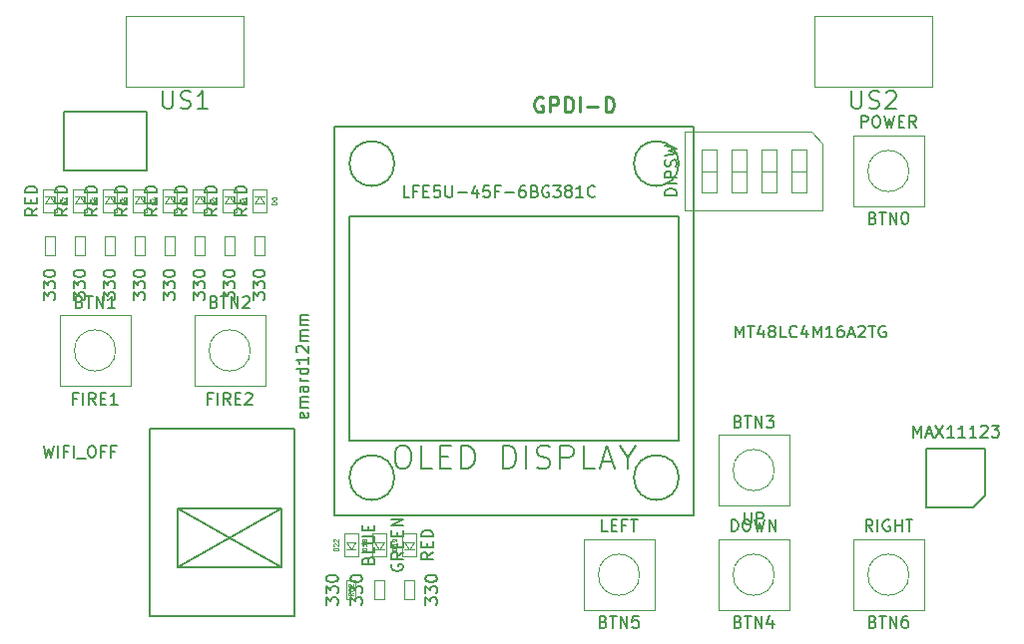
<source format=gbr>
G04 #@! TF.FileFunction,Other,Fab,Top*
%FSLAX46Y46*%
G04 Gerber Fmt 4.6, Leading zero omitted, Abs format (unit mm)*
G04 Created by KiCad (PCBNEW 4.0.7+dfsg1-1) date Sun Nov 12 22:07:03 2017*
%MOMM*%
%LPD*%
G01*
G04 APERTURE LIST*
%ADD10C,0.100000*%
%ADD11C,0.150000*%
%ADD12C,0.254000*%
%ADD13C,0.075000*%
G04 APERTURE END LIST*
D10*
D11*
X108624000Y-69080000D02*
X108624000Y-74080000D01*
X101624000Y-69080000D02*
X108624000Y-69080000D01*
X101624000Y-74080000D02*
X101624000Y-69080000D01*
X108624000Y-74080000D02*
X101624000Y-74080000D01*
D10*
X127990000Y-108880000D02*
X128790000Y-108880000D01*
X127990000Y-110480000D02*
X127990000Y-108880000D01*
X128790000Y-110480000D02*
X127990000Y-110480000D01*
X128790000Y-108880000D02*
X128790000Y-110480000D01*
X131330000Y-110480000D02*
X130530000Y-110480000D01*
X131330000Y-108880000D02*
X131330000Y-110480000D01*
X130530000Y-108880000D02*
X131330000Y-108880000D01*
X130530000Y-110480000D02*
X130530000Y-108880000D01*
X116880000Y-60925000D02*
X116880000Y-66925000D01*
X106880000Y-60925000D02*
X116880000Y-60925000D01*
X106880000Y-66925000D02*
X106880000Y-60925000D01*
X116880000Y-66925000D02*
X106880000Y-66925000D01*
X175300000Y-60925000D02*
X175300000Y-66925000D01*
X165300000Y-60925000D02*
X175300000Y-60925000D01*
X165300000Y-66925000D02*
X165300000Y-60925000D01*
X175300000Y-66925000D02*
X165300000Y-66925000D01*
X118630000Y-81270000D02*
X117830000Y-81270000D01*
X118630000Y-79670000D02*
X118630000Y-81270000D01*
X117830000Y-79670000D02*
X118630000Y-79670000D01*
X117830000Y-81270000D02*
X117830000Y-79670000D01*
X116090000Y-81270000D02*
X115290000Y-81270000D01*
X116090000Y-79670000D02*
X116090000Y-81270000D01*
X115290000Y-79670000D02*
X116090000Y-79670000D01*
X115290000Y-81270000D02*
X115290000Y-79670000D01*
X113550000Y-81270000D02*
X112750000Y-81270000D01*
X113550000Y-79670000D02*
X113550000Y-81270000D01*
X112750000Y-79670000D02*
X113550000Y-79670000D01*
X112750000Y-81270000D02*
X112750000Y-79670000D01*
X111010000Y-81270000D02*
X110210000Y-81270000D01*
X111010000Y-79670000D02*
X111010000Y-81270000D01*
X110210000Y-79670000D02*
X111010000Y-79670000D01*
X110210000Y-81270000D02*
X110210000Y-79670000D01*
X108470000Y-81270000D02*
X107670000Y-81270000D01*
X108470000Y-79670000D02*
X108470000Y-81270000D01*
X107670000Y-79670000D02*
X108470000Y-79670000D01*
X107670000Y-81270000D02*
X107670000Y-79670000D01*
X105930000Y-81270000D02*
X105130000Y-81270000D01*
X105930000Y-79670000D02*
X105930000Y-81270000D01*
X105130000Y-79670000D02*
X105930000Y-79670000D01*
X105130000Y-81270000D02*
X105130000Y-79670000D01*
X103390000Y-81270000D02*
X102590000Y-81270000D01*
X103390000Y-79670000D02*
X103390000Y-81270000D01*
X102590000Y-79670000D02*
X103390000Y-79670000D01*
X102590000Y-81270000D02*
X102590000Y-79670000D01*
X100850000Y-81270000D02*
X100050000Y-81270000D01*
X100850000Y-79670000D02*
X100850000Y-81270000D01*
X100050000Y-79670000D02*
X100850000Y-79670000D01*
X100050000Y-81270000D02*
X100050000Y-79670000D01*
D11*
X178785000Y-102655000D02*
X174785000Y-102655000D01*
X174785000Y-102655000D02*
X174785000Y-97655000D01*
X174785000Y-97655000D02*
X179785000Y-97655000D01*
X179785000Y-97655000D02*
X179785000Y-101655000D01*
X179785000Y-101655000D02*
X178785000Y-102655000D01*
X153790000Y-73485000D02*
G75*
G03X153790000Y-73485000I-1905000J0D01*
G01*
X129660000Y-73485000D02*
G75*
G03X129660000Y-73485000I-1905000J0D01*
G01*
X129660000Y-100155000D02*
G75*
G03X129660000Y-100155000I-1905000J0D01*
G01*
X153790000Y-100155000D02*
G75*
G03X153790000Y-100155000I-1905000J0D01*
G01*
X153790000Y-77930000D02*
X153790000Y-96980000D01*
X125850000Y-77930000D02*
X153790000Y-77930000D01*
X125850000Y-96980000D02*
X125850000Y-77930000D01*
X153790000Y-96980000D02*
X125850000Y-96980000D01*
X155060000Y-70310000D02*
X155060000Y-103330000D01*
X124580000Y-70310000D02*
X155060000Y-70310000D01*
X124580000Y-103330000D02*
X124580000Y-70310000D01*
X155060000Y-103330000D02*
X124580000Y-103330000D01*
D10*
X174570000Y-77120000D02*
X174570000Y-71120000D01*
X174570000Y-71120000D02*
X168570000Y-71120000D01*
X168570000Y-71120000D02*
X168570000Y-77120000D01*
X168570000Y-77120000D02*
X174570000Y-77120000D01*
X173320714Y-74120000D02*
G75*
G03X173320714Y-74120000I-1750714J0D01*
G01*
X101260000Y-86360000D02*
X101260000Y-92360000D01*
X101260000Y-92360000D02*
X107260000Y-92360000D01*
X107260000Y-92360000D02*
X107260000Y-86360000D01*
X107260000Y-86360000D02*
X101260000Y-86360000D01*
X106010714Y-89360000D02*
G75*
G03X106010714Y-89360000I-1750714J0D01*
G01*
X112690000Y-86360000D02*
X112690000Y-92360000D01*
X112690000Y-92360000D02*
X118690000Y-92360000D01*
X118690000Y-92360000D02*
X118690000Y-86360000D01*
X118690000Y-86360000D02*
X112690000Y-86360000D01*
X117440714Y-89360000D02*
G75*
G03X117440714Y-89360000I-1750714J0D01*
G01*
X157140000Y-96520000D02*
X157140000Y-102520000D01*
X157140000Y-102520000D02*
X163140000Y-102520000D01*
X163140000Y-102520000D02*
X163140000Y-96520000D01*
X163140000Y-96520000D02*
X157140000Y-96520000D01*
X161890714Y-99520000D02*
G75*
G03X161890714Y-99520000I-1750714J0D01*
G01*
X163140000Y-111410000D02*
X163140000Y-105410000D01*
X163140000Y-105410000D02*
X157140000Y-105410000D01*
X157140000Y-105410000D02*
X157140000Y-111410000D01*
X157140000Y-111410000D02*
X163140000Y-111410000D01*
X161890714Y-108410000D02*
G75*
G03X161890714Y-108410000I-1750714J0D01*
G01*
X151710000Y-111410000D02*
X151710000Y-105410000D01*
X151710000Y-105410000D02*
X145710000Y-105410000D01*
X145710000Y-105410000D02*
X145710000Y-111410000D01*
X145710000Y-111410000D02*
X151710000Y-111410000D01*
X150460714Y-108410000D02*
G75*
G03X150460714Y-108410000I-1750714J0D01*
G01*
X174570000Y-111410000D02*
X174570000Y-105410000D01*
X174570000Y-105410000D02*
X168570000Y-105410000D01*
X168570000Y-105410000D02*
X168570000Y-111410000D01*
X168570000Y-111410000D02*
X174570000Y-111410000D01*
X173320714Y-108410000D02*
G75*
G03X173320714Y-108410000I-1750714J0D01*
G01*
X166000000Y-71780000D02*
X166000000Y-77460000D01*
X166000000Y-77460000D02*
X154280000Y-77460000D01*
X154280000Y-77460000D02*
X154280000Y-70780000D01*
X154280000Y-70780000D02*
X165000000Y-70780000D01*
X165000000Y-70780000D02*
X166000000Y-71780000D01*
X164585000Y-72310000D02*
X163315000Y-72310000D01*
X163315000Y-72310000D02*
X163315000Y-75930000D01*
X163315000Y-75930000D02*
X164585000Y-75930000D01*
X164585000Y-75930000D02*
X164585000Y-72310000D01*
X164585000Y-74120000D02*
X163315000Y-74120000D01*
X162045000Y-72310000D02*
X160775000Y-72310000D01*
X160775000Y-72310000D02*
X160775000Y-75930000D01*
X160775000Y-75930000D02*
X162045000Y-75930000D01*
X162045000Y-75930000D02*
X162045000Y-72310000D01*
X162045000Y-74120000D02*
X160775000Y-74120000D01*
X159505000Y-72310000D02*
X158235000Y-72310000D01*
X158235000Y-72310000D02*
X158235000Y-75930000D01*
X158235000Y-75930000D02*
X159505000Y-75930000D01*
X159505000Y-75930000D02*
X159505000Y-72310000D01*
X159505000Y-74120000D02*
X158235000Y-74120000D01*
X156965000Y-72310000D02*
X155695000Y-72310000D01*
X155695000Y-72310000D02*
X155695000Y-75930000D01*
X155695000Y-75930000D02*
X156965000Y-75930000D01*
X156965000Y-75930000D02*
X156965000Y-72310000D01*
X156965000Y-74120000D02*
X155695000Y-74120000D01*
D11*
X120055000Y-102815000D02*
X111255000Y-107765000D01*
X120055000Y-107765000D02*
X111255000Y-102815000D01*
X120055000Y-102815000D02*
X120055000Y-107765000D01*
X111255000Y-102815000D02*
X111255000Y-107765000D01*
X111255000Y-107765000D02*
X120055000Y-107765000D01*
X120055000Y-102815000D02*
X111255000Y-102815000D01*
X121205000Y-95965000D02*
X108905000Y-95965000D01*
X121205000Y-111915000D02*
X121205000Y-95965000D01*
X108905000Y-111915000D02*
X121205000Y-111915000D01*
X108905000Y-95965000D02*
X108905000Y-111915000D01*
D10*
X125577000Y-106270000D02*
X126377000Y-106270000D01*
X125977000Y-106270000D02*
X125577000Y-105670000D01*
X126377000Y-105670000D02*
X125977000Y-106270000D01*
X125577000Y-105670000D02*
X126377000Y-105670000D01*
X126577000Y-104870000D02*
X126577000Y-106870000D01*
X125377000Y-104870000D02*
X126577000Y-104870000D01*
X125377000Y-106870000D02*
X125377000Y-104870000D01*
X126577000Y-106870000D02*
X125377000Y-106870000D01*
X125577000Y-108880000D02*
X126377000Y-108880000D01*
X125577000Y-110480000D02*
X125577000Y-108880000D01*
X126377000Y-110480000D02*
X125577000Y-110480000D01*
X126377000Y-108880000D02*
X126377000Y-110480000D01*
X127990000Y-106270000D02*
X128790000Y-106270000D01*
X128390000Y-106270000D02*
X127990000Y-105670000D01*
X128790000Y-105670000D02*
X128390000Y-106270000D01*
X127990000Y-105670000D02*
X128790000Y-105670000D01*
X128990000Y-104870000D02*
X128990000Y-106870000D01*
X127790000Y-104870000D02*
X128990000Y-104870000D01*
X127790000Y-106870000D02*
X127790000Y-104870000D01*
X128990000Y-106870000D02*
X127790000Y-106870000D01*
X118630000Y-76260000D02*
X117830000Y-76260000D01*
X118230000Y-76260000D02*
X118630000Y-76860000D01*
X117830000Y-76860000D02*
X118230000Y-76260000D01*
X118630000Y-76860000D02*
X117830000Y-76860000D01*
X117630000Y-77660000D02*
X117630000Y-75660000D01*
X118830000Y-77660000D02*
X117630000Y-77660000D01*
X118830000Y-75660000D02*
X118830000Y-77660000D01*
X117630000Y-75660000D02*
X118830000Y-75660000D01*
X116090000Y-76260000D02*
X115290000Y-76260000D01*
X115690000Y-76260000D02*
X116090000Y-76860000D01*
X115290000Y-76860000D02*
X115690000Y-76260000D01*
X116090000Y-76860000D02*
X115290000Y-76860000D01*
X115090000Y-77660000D02*
X115090000Y-75660000D01*
X116290000Y-77660000D02*
X115090000Y-77660000D01*
X116290000Y-75660000D02*
X116290000Y-77660000D01*
X115090000Y-75660000D02*
X116290000Y-75660000D01*
X113550000Y-76260000D02*
X112750000Y-76260000D01*
X113150000Y-76260000D02*
X113550000Y-76860000D01*
X112750000Y-76860000D02*
X113150000Y-76260000D01*
X113550000Y-76860000D02*
X112750000Y-76860000D01*
X112550000Y-77660000D02*
X112550000Y-75660000D01*
X113750000Y-77660000D02*
X112550000Y-77660000D01*
X113750000Y-75660000D02*
X113750000Y-77660000D01*
X112550000Y-75660000D02*
X113750000Y-75660000D01*
X111010000Y-76260000D02*
X110210000Y-76260000D01*
X110610000Y-76260000D02*
X111010000Y-76860000D01*
X110210000Y-76860000D02*
X110610000Y-76260000D01*
X111010000Y-76860000D02*
X110210000Y-76860000D01*
X110010000Y-77660000D02*
X110010000Y-75660000D01*
X111210000Y-77660000D02*
X110010000Y-77660000D01*
X111210000Y-75660000D02*
X111210000Y-77660000D01*
X110010000Y-75660000D02*
X111210000Y-75660000D01*
X108470000Y-76260000D02*
X107670000Y-76260000D01*
X108070000Y-76260000D02*
X108470000Y-76860000D01*
X107670000Y-76860000D02*
X108070000Y-76260000D01*
X108470000Y-76860000D02*
X107670000Y-76860000D01*
X107470000Y-77660000D02*
X107470000Y-75660000D01*
X108670000Y-77660000D02*
X107470000Y-77660000D01*
X108670000Y-75660000D02*
X108670000Y-77660000D01*
X107470000Y-75660000D02*
X108670000Y-75660000D01*
X105930000Y-76260000D02*
X105130000Y-76260000D01*
X105530000Y-76260000D02*
X105930000Y-76860000D01*
X105130000Y-76860000D02*
X105530000Y-76260000D01*
X105930000Y-76860000D02*
X105130000Y-76860000D01*
X104930000Y-77660000D02*
X104930000Y-75660000D01*
X106130000Y-77660000D02*
X104930000Y-77660000D01*
X106130000Y-75660000D02*
X106130000Y-77660000D01*
X104930000Y-75660000D02*
X106130000Y-75660000D01*
X103390000Y-76260000D02*
X102590000Y-76260000D01*
X102990000Y-76260000D02*
X103390000Y-76860000D01*
X102590000Y-76860000D02*
X102990000Y-76260000D01*
X103390000Y-76860000D02*
X102590000Y-76860000D01*
X102390000Y-77660000D02*
X102390000Y-75660000D01*
X103590000Y-77660000D02*
X102390000Y-77660000D01*
X103590000Y-75660000D02*
X103590000Y-77660000D01*
X102390000Y-75660000D02*
X103590000Y-75660000D01*
X100850000Y-76260000D02*
X100050000Y-76260000D01*
X100450000Y-76260000D02*
X100850000Y-76860000D01*
X100050000Y-76860000D02*
X100450000Y-76260000D01*
X100850000Y-76860000D02*
X100050000Y-76860000D01*
X99850000Y-77660000D02*
X99850000Y-75660000D01*
X101050000Y-77660000D02*
X99850000Y-77660000D01*
X101050000Y-75660000D02*
X101050000Y-77660000D01*
X99850000Y-75660000D02*
X101050000Y-75660000D01*
X130530000Y-106270000D02*
X131330000Y-106270000D01*
X130930000Y-106270000D02*
X130530000Y-105670000D01*
X131330000Y-105670000D02*
X130930000Y-106270000D01*
X130530000Y-105670000D02*
X131330000Y-105670000D01*
X131530000Y-104870000D02*
X131530000Y-106870000D01*
X130330000Y-104870000D02*
X131530000Y-104870000D01*
X130330000Y-106870000D02*
X130330000Y-104870000D01*
X131530000Y-106870000D02*
X130330000Y-106870000D01*
D11*
X158608857Y-88252381D02*
X158608857Y-87252381D01*
X158942191Y-87966667D01*
X159275524Y-87252381D01*
X159275524Y-88252381D01*
X159608857Y-87252381D02*
X160180286Y-87252381D01*
X159894571Y-88252381D02*
X159894571Y-87252381D01*
X160942191Y-87585714D02*
X160942191Y-88252381D01*
X160704095Y-87204762D02*
X160466000Y-87919048D01*
X161085048Y-87919048D01*
X161608857Y-87680952D02*
X161513619Y-87633333D01*
X161466000Y-87585714D01*
X161418381Y-87490476D01*
X161418381Y-87442857D01*
X161466000Y-87347619D01*
X161513619Y-87300000D01*
X161608857Y-87252381D01*
X161799334Y-87252381D01*
X161894572Y-87300000D01*
X161942191Y-87347619D01*
X161989810Y-87442857D01*
X161989810Y-87490476D01*
X161942191Y-87585714D01*
X161894572Y-87633333D01*
X161799334Y-87680952D01*
X161608857Y-87680952D01*
X161513619Y-87728571D01*
X161466000Y-87776190D01*
X161418381Y-87871429D01*
X161418381Y-88061905D01*
X161466000Y-88157143D01*
X161513619Y-88204762D01*
X161608857Y-88252381D01*
X161799334Y-88252381D01*
X161894572Y-88204762D01*
X161942191Y-88157143D01*
X161989810Y-88061905D01*
X161989810Y-87871429D01*
X161942191Y-87776190D01*
X161894572Y-87728571D01*
X161799334Y-87680952D01*
X162894572Y-88252381D02*
X162418381Y-88252381D01*
X162418381Y-87252381D01*
X163799334Y-88157143D02*
X163751715Y-88204762D01*
X163608858Y-88252381D01*
X163513620Y-88252381D01*
X163370762Y-88204762D01*
X163275524Y-88109524D01*
X163227905Y-88014286D01*
X163180286Y-87823810D01*
X163180286Y-87680952D01*
X163227905Y-87490476D01*
X163275524Y-87395238D01*
X163370762Y-87300000D01*
X163513620Y-87252381D01*
X163608858Y-87252381D01*
X163751715Y-87300000D01*
X163799334Y-87347619D01*
X164656477Y-87585714D02*
X164656477Y-88252381D01*
X164418381Y-87204762D02*
X164180286Y-87919048D01*
X164799334Y-87919048D01*
X165180286Y-88252381D02*
X165180286Y-87252381D01*
X165513620Y-87966667D01*
X165846953Y-87252381D01*
X165846953Y-88252381D01*
X166846953Y-88252381D02*
X166275524Y-88252381D01*
X166561238Y-88252381D02*
X166561238Y-87252381D01*
X166466000Y-87395238D01*
X166370762Y-87490476D01*
X166275524Y-87538095D01*
X167704096Y-87252381D02*
X167513619Y-87252381D01*
X167418381Y-87300000D01*
X167370762Y-87347619D01*
X167275524Y-87490476D01*
X167227905Y-87680952D01*
X167227905Y-88061905D01*
X167275524Y-88157143D01*
X167323143Y-88204762D01*
X167418381Y-88252381D01*
X167608858Y-88252381D01*
X167704096Y-88204762D01*
X167751715Y-88157143D01*
X167799334Y-88061905D01*
X167799334Y-87823810D01*
X167751715Y-87728571D01*
X167704096Y-87680952D01*
X167608858Y-87633333D01*
X167418381Y-87633333D01*
X167323143Y-87680952D01*
X167275524Y-87728571D01*
X167227905Y-87823810D01*
X168180286Y-87966667D02*
X168656477Y-87966667D01*
X168085048Y-88252381D02*
X168418381Y-87252381D01*
X168751715Y-88252381D01*
X169037429Y-87347619D02*
X169085048Y-87300000D01*
X169180286Y-87252381D01*
X169418382Y-87252381D01*
X169513620Y-87300000D01*
X169561239Y-87347619D01*
X169608858Y-87442857D01*
X169608858Y-87538095D01*
X169561239Y-87680952D01*
X168989810Y-88252381D01*
X169608858Y-88252381D01*
X169894572Y-87252381D02*
X170466001Y-87252381D01*
X170180286Y-88252381D02*
X170180286Y-87252381D01*
X171323144Y-87300000D02*
X171227906Y-87252381D01*
X171085049Y-87252381D01*
X170942191Y-87300000D01*
X170846953Y-87395238D01*
X170799334Y-87490476D01*
X170751715Y-87680952D01*
X170751715Y-87823810D01*
X170799334Y-88014286D01*
X170846953Y-88109524D01*
X170942191Y-88204762D01*
X171085049Y-88252381D01*
X171180287Y-88252381D01*
X171323144Y-88204762D01*
X171370763Y-88157143D01*
X171370763Y-87823810D01*
X171180287Y-87823810D01*
X99894762Y-97448381D02*
X100132857Y-98448381D01*
X100323334Y-97734095D01*
X100513810Y-98448381D01*
X100751905Y-97448381D01*
X101132857Y-98448381D02*
X101132857Y-97448381D01*
X101942381Y-97924571D02*
X101609047Y-97924571D01*
X101609047Y-98448381D02*
X101609047Y-97448381D01*
X102085238Y-97448381D01*
X102466190Y-98448381D02*
X102466190Y-97448381D01*
X102704285Y-98543619D02*
X103466190Y-98543619D01*
X103894761Y-97448381D02*
X104085238Y-97448381D01*
X104180476Y-97496000D01*
X104275714Y-97591238D01*
X104323333Y-97781714D01*
X104323333Y-98115048D01*
X104275714Y-98305524D01*
X104180476Y-98400762D01*
X104085238Y-98448381D01*
X103894761Y-98448381D01*
X103799523Y-98400762D01*
X103704285Y-98305524D01*
X103656666Y-98115048D01*
X103656666Y-97781714D01*
X103704285Y-97591238D01*
X103799523Y-97496000D01*
X103894761Y-97448381D01*
X105085238Y-97924571D02*
X104751904Y-97924571D01*
X104751904Y-98448381D02*
X104751904Y-97448381D01*
X105228095Y-97448381D01*
X105942381Y-97924571D02*
X105609047Y-97924571D01*
X105609047Y-98448381D02*
X105609047Y-97448381D01*
X106085238Y-97448381D01*
X125942381Y-110965714D02*
X125942381Y-110346666D01*
X126323333Y-110680000D01*
X126323333Y-110537142D01*
X126370952Y-110441904D01*
X126418571Y-110394285D01*
X126513810Y-110346666D01*
X126751905Y-110346666D01*
X126847143Y-110394285D01*
X126894762Y-110441904D01*
X126942381Y-110537142D01*
X126942381Y-110822857D01*
X126894762Y-110918095D01*
X126847143Y-110965714D01*
X125942381Y-110013333D02*
X125942381Y-109394285D01*
X126323333Y-109727619D01*
X126323333Y-109584761D01*
X126370952Y-109489523D01*
X126418571Y-109441904D01*
X126513810Y-109394285D01*
X126751905Y-109394285D01*
X126847143Y-109441904D01*
X126894762Y-109489523D01*
X126942381Y-109584761D01*
X126942381Y-109870476D01*
X126894762Y-109965714D01*
X126847143Y-110013333D01*
X125942381Y-108775238D02*
X125942381Y-108679999D01*
X125990000Y-108584761D01*
X126037619Y-108537142D01*
X126132857Y-108489523D01*
X126323333Y-108441904D01*
X126561429Y-108441904D01*
X126751905Y-108489523D01*
X126847143Y-108537142D01*
X126894762Y-108584761D01*
X126942381Y-108679999D01*
X126942381Y-108775238D01*
X126894762Y-108870476D01*
X126847143Y-108918095D01*
X126751905Y-108965714D01*
X126561429Y-109013333D01*
X126323333Y-109013333D01*
X126132857Y-108965714D01*
X126037619Y-108918095D01*
X125990000Y-108870476D01*
X125942381Y-108775238D01*
X132282381Y-110965714D02*
X132282381Y-110346666D01*
X132663333Y-110680000D01*
X132663333Y-110537142D01*
X132710952Y-110441904D01*
X132758571Y-110394285D01*
X132853810Y-110346666D01*
X133091905Y-110346666D01*
X133187143Y-110394285D01*
X133234762Y-110441904D01*
X133282381Y-110537142D01*
X133282381Y-110822857D01*
X133234762Y-110918095D01*
X133187143Y-110965714D01*
X132282381Y-110013333D02*
X132282381Y-109394285D01*
X132663333Y-109727619D01*
X132663333Y-109584761D01*
X132710952Y-109489523D01*
X132758571Y-109441904D01*
X132853810Y-109394285D01*
X133091905Y-109394285D01*
X133187143Y-109441904D01*
X133234762Y-109489523D01*
X133282381Y-109584761D01*
X133282381Y-109870476D01*
X133234762Y-109965714D01*
X133187143Y-110013333D01*
X132282381Y-108775238D02*
X132282381Y-108679999D01*
X132330000Y-108584761D01*
X132377619Y-108537142D01*
X132472857Y-108489523D01*
X132663333Y-108441904D01*
X132901429Y-108441904D01*
X133091905Y-108489523D01*
X133187143Y-108537142D01*
X133234762Y-108584761D01*
X133282381Y-108679999D01*
X133282381Y-108775238D01*
X133234762Y-108870476D01*
X133187143Y-108918095D01*
X133091905Y-108965714D01*
X132901429Y-109013333D01*
X132663333Y-109013333D01*
X132472857Y-108965714D01*
X132377619Y-108918095D01*
X132330000Y-108870476D01*
X132282381Y-108775238D01*
X110022858Y-67329571D02*
X110022858Y-68543857D01*
X110094286Y-68686714D01*
X110165715Y-68758143D01*
X110308572Y-68829571D01*
X110594286Y-68829571D01*
X110737144Y-68758143D01*
X110808572Y-68686714D01*
X110880001Y-68543857D01*
X110880001Y-67329571D01*
X111522858Y-68758143D02*
X111737144Y-68829571D01*
X112094287Y-68829571D01*
X112237144Y-68758143D01*
X112308573Y-68686714D01*
X112380001Y-68543857D01*
X112380001Y-68401000D01*
X112308573Y-68258143D01*
X112237144Y-68186714D01*
X112094287Y-68115286D01*
X111808573Y-68043857D01*
X111665715Y-67972429D01*
X111594287Y-67901000D01*
X111522858Y-67758143D01*
X111522858Y-67615286D01*
X111594287Y-67472429D01*
X111665715Y-67401000D01*
X111808573Y-67329571D01*
X112165715Y-67329571D01*
X112380001Y-67401000D01*
X113808572Y-68829571D02*
X112951429Y-68829571D01*
X113380001Y-68829571D02*
X113380001Y-67329571D01*
X113237144Y-67543857D01*
X113094286Y-67686714D01*
X112951429Y-67758143D01*
X168442858Y-67329571D02*
X168442858Y-68543857D01*
X168514286Y-68686714D01*
X168585715Y-68758143D01*
X168728572Y-68829571D01*
X169014286Y-68829571D01*
X169157144Y-68758143D01*
X169228572Y-68686714D01*
X169300001Y-68543857D01*
X169300001Y-67329571D01*
X169942858Y-68758143D02*
X170157144Y-68829571D01*
X170514287Y-68829571D01*
X170657144Y-68758143D01*
X170728573Y-68686714D01*
X170800001Y-68543857D01*
X170800001Y-68401000D01*
X170728573Y-68258143D01*
X170657144Y-68186714D01*
X170514287Y-68115286D01*
X170228573Y-68043857D01*
X170085715Y-67972429D01*
X170014287Y-67901000D01*
X169942858Y-67758143D01*
X169942858Y-67615286D01*
X170014287Y-67472429D01*
X170085715Y-67401000D01*
X170228573Y-67329571D01*
X170585715Y-67329571D01*
X170800001Y-67401000D01*
X171371429Y-67472429D02*
X171442858Y-67401000D01*
X171585715Y-67329571D01*
X171942858Y-67329571D01*
X172085715Y-67401000D01*
X172157144Y-67472429D01*
X172228572Y-67615286D01*
X172228572Y-67758143D01*
X172157144Y-67972429D01*
X171300001Y-68829571D01*
X172228572Y-68829571D01*
X117682381Y-85057714D02*
X117682381Y-84438666D01*
X118063333Y-84772000D01*
X118063333Y-84629142D01*
X118110952Y-84533904D01*
X118158571Y-84486285D01*
X118253810Y-84438666D01*
X118491905Y-84438666D01*
X118587143Y-84486285D01*
X118634762Y-84533904D01*
X118682381Y-84629142D01*
X118682381Y-84914857D01*
X118634762Y-85010095D01*
X118587143Y-85057714D01*
X117682381Y-84105333D02*
X117682381Y-83486285D01*
X118063333Y-83819619D01*
X118063333Y-83676761D01*
X118110952Y-83581523D01*
X118158571Y-83533904D01*
X118253810Y-83486285D01*
X118491905Y-83486285D01*
X118587143Y-83533904D01*
X118634762Y-83581523D01*
X118682381Y-83676761D01*
X118682381Y-83962476D01*
X118634762Y-84057714D01*
X118587143Y-84105333D01*
X117682381Y-82867238D02*
X117682381Y-82771999D01*
X117730000Y-82676761D01*
X117777619Y-82629142D01*
X117872857Y-82581523D01*
X118063333Y-82533904D01*
X118301429Y-82533904D01*
X118491905Y-82581523D01*
X118587143Y-82629142D01*
X118634762Y-82676761D01*
X118682381Y-82771999D01*
X118682381Y-82867238D01*
X118634762Y-82962476D01*
X118587143Y-83010095D01*
X118491905Y-83057714D01*
X118301429Y-83105333D01*
X118063333Y-83105333D01*
X117872857Y-83057714D01*
X117777619Y-83010095D01*
X117730000Y-82962476D01*
X117682381Y-82867238D01*
X115142381Y-85057714D02*
X115142381Y-84438666D01*
X115523333Y-84772000D01*
X115523333Y-84629142D01*
X115570952Y-84533904D01*
X115618571Y-84486285D01*
X115713810Y-84438666D01*
X115951905Y-84438666D01*
X116047143Y-84486285D01*
X116094762Y-84533904D01*
X116142381Y-84629142D01*
X116142381Y-84914857D01*
X116094762Y-85010095D01*
X116047143Y-85057714D01*
X115142381Y-84105333D02*
X115142381Y-83486285D01*
X115523333Y-83819619D01*
X115523333Y-83676761D01*
X115570952Y-83581523D01*
X115618571Y-83533904D01*
X115713810Y-83486285D01*
X115951905Y-83486285D01*
X116047143Y-83533904D01*
X116094762Y-83581523D01*
X116142381Y-83676761D01*
X116142381Y-83962476D01*
X116094762Y-84057714D01*
X116047143Y-84105333D01*
X115142381Y-82867238D02*
X115142381Y-82771999D01*
X115190000Y-82676761D01*
X115237619Y-82629142D01*
X115332857Y-82581523D01*
X115523333Y-82533904D01*
X115761429Y-82533904D01*
X115951905Y-82581523D01*
X116047143Y-82629142D01*
X116094762Y-82676761D01*
X116142381Y-82771999D01*
X116142381Y-82867238D01*
X116094762Y-82962476D01*
X116047143Y-83010095D01*
X115951905Y-83057714D01*
X115761429Y-83105333D01*
X115523333Y-83105333D01*
X115332857Y-83057714D01*
X115237619Y-83010095D01*
X115190000Y-82962476D01*
X115142381Y-82867238D01*
X112602381Y-85057714D02*
X112602381Y-84438666D01*
X112983333Y-84772000D01*
X112983333Y-84629142D01*
X113030952Y-84533904D01*
X113078571Y-84486285D01*
X113173810Y-84438666D01*
X113411905Y-84438666D01*
X113507143Y-84486285D01*
X113554762Y-84533904D01*
X113602381Y-84629142D01*
X113602381Y-84914857D01*
X113554762Y-85010095D01*
X113507143Y-85057714D01*
X112602381Y-84105333D02*
X112602381Y-83486285D01*
X112983333Y-83819619D01*
X112983333Y-83676761D01*
X113030952Y-83581523D01*
X113078571Y-83533904D01*
X113173810Y-83486285D01*
X113411905Y-83486285D01*
X113507143Y-83533904D01*
X113554762Y-83581523D01*
X113602381Y-83676761D01*
X113602381Y-83962476D01*
X113554762Y-84057714D01*
X113507143Y-84105333D01*
X112602381Y-82867238D02*
X112602381Y-82771999D01*
X112650000Y-82676761D01*
X112697619Y-82629142D01*
X112792857Y-82581523D01*
X112983333Y-82533904D01*
X113221429Y-82533904D01*
X113411905Y-82581523D01*
X113507143Y-82629142D01*
X113554762Y-82676761D01*
X113602381Y-82771999D01*
X113602381Y-82867238D01*
X113554762Y-82962476D01*
X113507143Y-83010095D01*
X113411905Y-83057714D01*
X113221429Y-83105333D01*
X112983333Y-83105333D01*
X112792857Y-83057714D01*
X112697619Y-83010095D01*
X112650000Y-82962476D01*
X112602381Y-82867238D01*
X110062381Y-85057714D02*
X110062381Y-84438666D01*
X110443333Y-84772000D01*
X110443333Y-84629142D01*
X110490952Y-84533904D01*
X110538571Y-84486285D01*
X110633810Y-84438666D01*
X110871905Y-84438666D01*
X110967143Y-84486285D01*
X111014762Y-84533904D01*
X111062381Y-84629142D01*
X111062381Y-84914857D01*
X111014762Y-85010095D01*
X110967143Y-85057714D01*
X110062381Y-84105333D02*
X110062381Y-83486285D01*
X110443333Y-83819619D01*
X110443333Y-83676761D01*
X110490952Y-83581523D01*
X110538571Y-83533904D01*
X110633810Y-83486285D01*
X110871905Y-83486285D01*
X110967143Y-83533904D01*
X111014762Y-83581523D01*
X111062381Y-83676761D01*
X111062381Y-83962476D01*
X111014762Y-84057714D01*
X110967143Y-84105333D01*
X110062381Y-82867238D02*
X110062381Y-82771999D01*
X110110000Y-82676761D01*
X110157619Y-82629142D01*
X110252857Y-82581523D01*
X110443333Y-82533904D01*
X110681429Y-82533904D01*
X110871905Y-82581523D01*
X110967143Y-82629142D01*
X111014762Y-82676761D01*
X111062381Y-82771999D01*
X111062381Y-82867238D01*
X111014762Y-82962476D01*
X110967143Y-83010095D01*
X110871905Y-83057714D01*
X110681429Y-83105333D01*
X110443333Y-83105333D01*
X110252857Y-83057714D01*
X110157619Y-83010095D01*
X110110000Y-82962476D01*
X110062381Y-82867238D01*
X107522381Y-85057714D02*
X107522381Y-84438666D01*
X107903333Y-84772000D01*
X107903333Y-84629142D01*
X107950952Y-84533904D01*
X107998571Y-84486285D01*
X108093810Y-84438666D01*
X108331905Y-84438666D01*
X108427143Y-84486285D01*
X108474762Y-84533904D01*
X108522381Y-84629142D01*
X108522381Y-84914857D01*
X108474762Y-85010095D01*
X108427143Y-85057714D01*
X107522381Y-84105333D02*
X107522381Y-83486285D01*
X107903333Y-83819619D01*
X107903333Y-83676761D01*
X107950952Y-83581523D01*
X107998571Y-83533904D01*
X108093810Y-83486285D01*
X108331905Y-83486285D01*
X108427143Y-83533904D01*
X108474762Y-83581523D01*
X108522381Y-83676761D01*
X108522381Y-83962476D01*
X108474762Y-84057714D01*
X108427143Y-84105333D01*
X107522381Y-82867238D02*
X107522381Y-82771999D01*
X107570000Y-82676761D01*
X107617619Y-82629142D01*
X107712857Y-82581523D01*
X107903333Y-82533904D01*
X108141429Y-82533904D01*
X108331905Y-82581523D01*
X108427143Y-82629142D01*
X108474762Y-82676761D01*
X108522381Y-82771999D01*
X108522381Y-82867238D01*
X108474762Y-82962476D01*
X108427143Y-83010095D01*
X108331905Y-83057714D01*
X108141429Y-83105333D01*
X107903333Y-83105333D01*
X107712857Y-83057714D01*
X107617619Y-83010095D01*
X107570000Y-82962476D01*
X107522381Y-82867238D01*
X104982381Y-85057714D02*
X104982381Y-84438666D01*
X105363333Y-84772000D01*
X105363333Y-84629142D01*
X105410952Y-84533904D01*
X105458571Y-84486285D01*
X105553810Y-84438666D01*
X105791905Y-84438666D01*
X105887143Y-84486285D01*
X105934762Y-84533904D01*
X105982381Y-84629142D01*
X105982381Y-84914857D01*
X105934762Y-85010095D01*
X105887143Y-85057714D01*
X104982381Y-84105333D02*
X104982381Y-83486285D01*
X105363333Y-83819619D01*
X105363333Y-83676761D01*
X105410952Y-83581523D01*
X105458571Y-83533904D01*
X105553810Y-83486285D01*
X105791905Y-83486285D01*
X105887143Y-83533904D01*
X105934762Y-83581523D01*
X105982381Y-83676761D01*
X105982381Y-83962476D01*
X105934762Y-84057714D01*
X105887143Y-84105333D01*
X104982381Y-82867238D02*
X104982381Y-82771999D01*
X105030000Y-82676761D01*
X105077619Y-82629142D01*
X105172857Y-82581523D01*
X105363333Y-82533904D01*
X105601429Y-82533904D01*
X105791905Y-82581523D01*
X105887143Y-82629142D01*
X105934762Y-82676761D01*
X105982381Y-82771999D01*
X105982381Y-82867238D01*
X105934762Y-82962476D01*
X105887143Y-83010095D01*
X105791905Y-83057714D01*
X105601429Y-83105333D01*
X105363333Y-83105333D01*
X105172857Y-83057714D01*
X105077619Y-83010095D01*
X105030000Y-82962476D01*
X104982381Y-82867238D01*
X102442381Y-85057714D02*
X102442381Y-84438666D01*
X102823333Y-84772000D01*
X102823333Y-84629142D01*
X102870952Y-84533904D01*
X102918571Y-84486285D01*
X103013810Y-84438666D01*
X103251905Y-84438666D01*
X103347143Y-84486285D01*
X103394762Y-84533904D01*
X103442381Y-84629142D01*
X103442381Y-84914857D01*
X103394762Y-85010095D01*
X103347143Y-85057714D01*
X102442381Y-84105333D02*
X102442381Y-83486285D01*
X102823333Y-83819619D01*
X102823333Y-83676761D01*
X102870952Y-83581523D01*
X102918571Y-83533904D01*
X103013810Y-83486285D01*
X103251905Y-83486285D01*
X103347143Y-83533904D01*
X103394762Y-83581523D01*
X103442381Y-83676761D01*
X103442381Y-83962476D01*
X103394762Y-84057714D01*
X103347143Y-84105333D01*
X102442381Y-82867238D02*
X102442381Y-82771999D01*
X102490000Y-82676761D01*
X102537619Y-82629142D01*
X102632857Y-82581523D01*
X102823333Y-82533904D01*
X103061429Y-82533904D01*
X103251905Y-82581523D01*
X103347143Y-82629142D01*
X103394762Y-82676761D01*
X103442381Y-82771999D01*
X103442381Y-82867238D01*
X103394762Y-82962476D01*
X103347143Y-83010095D01*
X103251905Y-83057714D01*
X103061429Y-83105333D01*
X102823333Y-83105333D01*
X102632857Y-83057714D01*
X102537619Y-83010095D01*
X102490000Y-82962476D01*
X102442381Y-82867238D01*
X99902381Y-85057714D02*
X99902381Y-84438666D01*
X100283333Y-84772000D01*
X100283333Y-84629142D01*
X100330952Y-84533904D01*
X100378571Y-84486285D01*
X100473810Y-84438666D01*
X100711905Y-84438666D01*
X100807143Y-84486285D01*
X100854762Y-84533904D01*
X100902381Y-84629142D01*
X100902381Y-84914857D01*
X100854762Y-85010095D01*
X100807143Y-85057714D01*
X99902381Y-84105333D02*
X99902381Y-83486285D01*
X100283333Y-83819619D01*
X100283333Y-83676761D01*
X100330952Y-83581523D01*
X100378571Y-83533904D01*
X100473810Y-83486285D01*
X100711905Y-83486285D01*
X100807143Y-83533904D01*
X100854762Y-83581523D01*
X100902381Y-83676761D01*
X100902381Y-83962476D01*
X100854762Y-84057714D01*
X100807143Y-84105333D01*
X99902381Y-82867238D02*
X99902381Y-82771999D01*
X99950000Y-82676761D01*
X99997619Y-82629142D01*
X100092857Y-82581523D01*
X100283333Y-82533904D01*
X100521429Y-82533904D01*
X100711905Y-82581523D01*
X100807143Y-82629142D01*
X100854762Y-82676761D01*
X100902381Y-82771999D01*
X100902381Y-82867238D01*
X100854762Y-82962476D01*
X100807143Y-83010095D01*
X100711905Y-83057714D01*
X100521429Y-83105333D01*
X100283333Y-83105333D01*
X100092857Y-83057714D01*
X99997619Y-83010095D01*
X99950000Y-82962476D01*
X99902381Y-82867238D01*
X173665952Y-96732381D02*
X173665952Y-95732381D01*
X173999286Y-96446667D01*
X174332619Y-95732381D01*
X174332619Y-96732381D01*
X174761190Y-96446667D02*
X175237381Y-96446667D01*
X174665952Y-96732381D02*
X174999285Y-95732381D01*
X175332619Y-96732381D01*
X175570714Y-95732381D02*
X176237381Y-96732381D01*
X176237381Y-95732381D02*
X175570714Y-96732381D01*
X177142143Y-96732381D02*
X176570714Y-96732381D01*
X176856428Y-96732381D02*
X176856428Y-95732381D01*
X176761190Y-95875238D01*
X176665952Y-95970476D01*
X176570714Y-96018095D01*
X178094524Y-96732381D02*
X177523095Y-96732381D01*
X177808809Y-96732381D02*
X177808809Y-95732381D01*
X177713571Y-95875238D01*
X177618333Y-95970476D01*
X177523095Y-96018095D01*
X179046905Y-96732381D02*
X178475476Y-96732381D01*
X178761190Y-96732381D02*
X178761190Y-95732381D01*
X178665952Y-95875238D01*
X178570714Y-95970476D01*
X178475476Y-96018095D01*
X179427857Y-95827619D02*
X179475476Y-95780000D01*
X179570714Y-95732381D01*
X179808810Y-95732381D01*
X179904048Y-95780000D01*
X179951667Y-95827619D01*
X179999286Y-95922857D01*
X179999286Y-96018095D01*
X179951667Y-96160952D01*
X179380238Y-96732381D01*
X179999286Y-96732381D01*
X180332619Y-95732381D02*
X180951667Y-95732381D01*
X180618333Y-96113333D01*
X180761191Y-96113333D01*
X180856429Y-96160952D01*
X180904048Y-96208571D01*
X180951667Y-96303810D01*
X180951667Y-96541905D01*
X180904048Y-96637143D01*
X180856429Y-96684762D01*
X180761191Y-96732381D01*
X180475476Y-96732381D01*
X180380238Y-96684762D01*
X180332619Y-96637143D01*
X130200952Y-97408762D02*
X130581904Y-97408762D01*
X130772380Y-97504000D01*
X130962857Y-97694476D01*
X131058095Y-98075429D01*
X131058095Y-98742095D01*
X130962857Y-99123048D01*
X130772380Y-99313524D01*
X130581904Y-99408762D01*
X130200952Y-99408762D01*
X130010476Y-99313524D01*
X129819999Y-99123048D01*
X129724761Y-98742095D01*
X129724761Y-98075429D01*
X129819999Y-97694476D01*
X130010476Y-97504000D01*
X130200952Y-97408762D01*
X132867618Y-99408762D02*
X131915237Y-99408762D01*
X131915237Y-97408762D01*
X133534285Y-98361143D02*
X134200952Y-98361143D01*
X134486666Y-99408762D02*
X133534285Y-99408762D01*
X133534285Y-97408762D01*
X134486666Y-97408762D01*
X135343809Y-99408762D02*
X135343809Y-97408762D01*
X135820000Y-97408762D01*
X136105714Y-97504000D01*
X136296190Y-97694476D01*
X136391429Y-97884952D01*
X136486667Y-98265905D01*
X136486667Y-98551619D01*
X136391429Y-98932571D01*
X136296190Y-99123048D01*
X136105714Y-99313524D01*
X135820000Y-99408762D01*
X135343809Y-99408762D01*
X138867619Y-99408762D02*
X138867619Y-97408762D01*
X139343810Y-97408762D01*
X139629524Y-97504000D01*
X139820000Y-97694476D01*
X139915239Y-97884952D01*
X140010477Y-98265905D01*
X140010477Y-98551619D01*
X139915239Y-98932571D01*
X139820000Y-99123048D01*
X139629524Y-99313524D01*
X139343810Y-99408762D01*
X138867619Y-99408762D01*
X140867619Y-99408762D02*
X140867619Y-97408762D01*
X141724762Y-99313524D02*
X142010477Y-99408762D01*
X142486667Y-99408762D01*
X142677143Y-99313524D01*
X142772381Y-99218286D01*
X142867620Y-99027810D01*
X142867620Y-98837333D01*
X142772381Y-98646857D01*
X142677143Y-98551619D01*
X142486667Y-98456381D01*
X142105715Y-98361143D01*
X141915239Y-98265905D01*
X141820000Y-98170667D01*
X141724762Y-97980190D01*
X141724762Y-97789714D01*
X141820000Y-97599238D01*
X141915239Y-97504000D01*
X142105715Y-97408762D01*
X142581905Y-97408762D01*
X142867620Y-97504000D01*
X143724762Y-99408762D02*
X143724762Y-97408762D01*
X144486667Y-97408762D01*
X144677143Y-97504000D01*
X144772382Y-97599238D01*
X144867620Y-97789714D01*
X144867620Y-98075429D01*
X144772382Y-98265905D01*
X144677143Y-98361143D01*
X144486667Y-98456381D01*
X143724762Y-98456381D01*
X146677143Y-99408762D02*
X145724762Y-99408762D01*
X145724762Y-97408762D01*
X147248572Y-98837333D02*
X148200953Y-98837333D01*
X147058096Y-99408762D02*
X147724763Y-97408762D01*
X148391430Y-99408762D01*
X149439049Y-98456381D02*
X149439049Y-99408762D01*
X148772382Y-97408762D02*
X149439049Y-98456381D01*
X150105716Y-97408762D01*
D12*
X142239048Y-67897000D02*
X142118096Y-67836524D01*
X141936667Y-67836524D01*
X141755239Y-67897000D01*
X141634286Y-68017952D01*
X141573810Y-68138905D01*
X141513334Y-68380810D01*
X141513334Y-68562238D01*
X141573810Y-68804143D01*
X141634286Y-68925095D01*
X141755239Y-69046048D01*
X141936667Y-69106524D01*
X142057619Y-69106524D01*
X142239048Y-69046048D01*
X142299524Y-68985571D01*
X142299524Y-68562238D01*
X142057619Y-68562238D01*
X142843810Y-69106524D02*
X142843810Y-67836524D01*
X143327619Y-67836524D01*
X143448572Y-67897000D01*
X143509048Y-67957476D01*
X143569524Y-68078429D01*
X143569524Y-68259857D01*
X143509048Y-68380810D01*
X143448572Y-68441286D01*
X143327619Y-68501762D01*
X142843810Y-68501762D01*
X144113810Y-69106524D02*
X144113810Y-67836524D01*
X144416191Y-67836524D01*
X144597619Y-67897000D01*
X144718572Y-68017952D01*
X144779048Y-68138905D01*
X144839524Y-68380810D01*
X144839524Y-68562238D01*
X144779048Y-68804143D01*
X144718572Y-68925095D01*
X144597619Y-69046048D01*
X144416191Y-69106524D01*
X144113810Y-69106524D01*
X145383810Y-69106524D02*
X145383810Y-67836524D01*
X145988572Y-68622714D02*
X146956191Y-68622714D01*
X147560953Y-69106524D02*
X147560953Y-67836524D01*
X147863334Y-67836524D01*
X148044762Y-67897000D01*
X148165715Y-68017952D01*
X148226191Y-68138905D01*
X148286667Y-68380810D01*
X148286667Y-68562238D01*
X148226191Y-68804143D01*
X148165715Y-68925095D01*
X148044762Y-69046048D01*
X147863334Y-69106524D01*
X147560953Y-69106524D01*
D11*
X169260476Y-70422381D02*
X169260476Y-69422381D01*
X169641429Y-69422381D01*
X169736667Y-69470000D01*
X169784286Y-69517619D01*
X169831905Y-69612857D01*
X169831905Y-69755714D01*
X169784286Y-69850952D01*
X169736667Y-69898571D01*
X169641429Y-69946190D01*
X169260476Y-69946190D01*
X170450952Y-69422381D02*
X170641429Y-69422381D01*
X170736667Y-69470000D01*
X170831905Y-69565238D01*
X170879524Y-69755714D01*
X170879524Y-70089048D01*
X170831905Y-70279524D01*
X170736667Y-70374762D01*
X170641429Y-70422381D01*
X170450952Y-70422381D01*
X170355714Y-70374762D01*
X170260476Y-70279524D01*
X170212857Y-70089048D01*
X170212857Y-69755714D01*
X170260476Y-69565238D01*
X170355714Y-69470000D01*
X170450952Y-69422381D01*
X171212857Y-69422381D02*
X171450952Y-70422381D01*
X171641429Y-69708095D01*
X171831905Y-70422381D01*
X172070000Y-69422381D01*
X172450952Y-69898571D02*
X172784286Y-69898571D01*
X172927143Y-70422381D02*
X172450952Y-70422381D01*
X172450952Y-69422381D01*
X172927143Y-69422381D01*
X173927143Y-70422381D02*
X173593809Y-69946190D01*
X173355714Y-70422381D02*
X173355714Y-69422381D01*
X173736667Y-69422381D01*
X173831905Y-69470000D01*
X173879524Y-69517619D01*
X173927143Y-69612857D01*
X173927143Y-69755714D01*
X173879524Y-69850952D01*
X173831905Y-69898571D01*
X173736667Y-69946190D01*
X173355714Y-69946190D01*
X170260477Y-78098571D02*
X170403334Y-78146190D01*
X170450953Y-78193810D01*
X170498572Y-78289048D01*
X170498572Y-78431905D01*
X170450953Y-78527143D01*
X170403334Y-78574762D01*
X170308096Y-78622381D01*
X169927143Y-78622381D01*
X169927143Y-77622381D01*
X170260477Y-77622381D01*
X170355715Y-77670000D01*
X170403334Y-77717619D01*
X170450953Y-77812857D01*
X170450953Y-77908095D01*
X170403334Y-78003333D01*
X170355715Y-78050952D01*
X170260477Y-78098571D01*
X169927143Y-78098571D01*
X170784286Y-77622381D02*
X171355715Y-77622381D01*
X171070000Y-78622381D02*
X171070000Y-77622381D01*
X171689048Y-78622381D02*
X171689048Y-77622381D01*
X172260477Y-78622381D01*
X172260477Y-77622381D01*
X172927143Y-77622381D02*
X173022382Y-77622381D01*
X173117620Y-77670000D01*
X173165239Y-77717619D01*
X173212858Y-77812857D01*
X173260477Y-78003333D01*
X173260477Y-78241429D01*
X173212858Y-78431905D01*
X173165239Y-78527143D01*
X173117620Y-78574762D01*
X173022382Y-78622381D01*
X172927143Y-78622381D01*
X172831905Y-78574762D01*
X172784286Y-78527143D01*
X172736667Y-78431905D01*
X172689048Y-78241429D01*
X172689048Y-78003333D01*
X172736667Y-77812857D01*
X172784286Y-77717619D01*
X172831905Y-77670000D01*
X172927143Y-77622381D01*
X102736191Y-93438571D02*
X102402857Y-93438571D01*
X102402857Y-93962381D02*
X102402857Y-92962381D01*
X102879048Y-92962381D01*
X103260000Y-93962381D02*
X103260000Y-92962381D01*
X104307619Y-93962381D02*
X103974285Y-93486190D01*
X103736190Y-93962381D02*
X103736190Y-92962381D01*
X104117143Y-92962381D01*
X104212381Y-93010000D01*
X104260000Y-93057619D01*
X104307619Y-93152857D01*
X104307619Y-93295714D01*
X104260000Y-93390952D01*
X104212381Y-93438571D01*
X104117143Y-93486190D01*
X103736190Y-93486190D01*
X104736190Y-93438571D02*
X105069524Y-93438571D01*
X105212381Y-93962381D02*
X104736190Y-93962381D01*
X104736190Y-92962381D01*
X105212381Y-92962381D01*
X106164762Y-93962381D02*
X105593333Y-93962381D01*
X105879047Y-93962381D02*
X105879047Y-92962381D01*
X105783809Y-93105238D01*
X105688571Y-93200476D01*
X105593333Y-93248095D01*
X102950477Y-85238571D02*
X103093334Y-85286190D01*
X103140953Y-85333810D01*
X103188572Y-85429048D01*
X103188572Y-85571905D01*
X103140953Y-85667143D01*
X103093334Y-85714762D01*
X102998096Y-85762381D01*
X102617143Y-85762381D01*
X102617143Y-84762381D01*
X102950477Y-84762381D01*
X103045715Y-84810000D01*
X103093334Y-84857619D01*
X103140953Y-84952857D01*
X103140953Y-85048095D01*
X103093334Y-85143333D01*
X103045715Y-85190952D01*
X102950477Y-85238571D01*
X102617143Y-85238571D01*
X103474286Y-84762381D02*
X104045715Y-84762381D01*
X103760000Y-85762381D02*
X103760000Y-84762381D01*
X104379048Y-85762381D02*
X104379048Y-84762381D01*
X104950477Y-85762381D01*
X104950477Y-84762381D01*
X105950477Y-85762381D02*
X105379048Y-85762381D01*
X105664762Y-85762381D02*
X105664762Y-84762381D01*
X105569524Y-84905238D01*
X105474286Y-85000476D01*
X105379048Y-85048095D01*
X114166191Y-93438571D02*
X113832857Y-93438571D01*
X113832857Y-93962381D02*
X113832857Y-92962381D01*
X114309048Y-92962381D01*
X114690000Y-93962381D02*
X114690000Y-92962381D01*
X115737619Y-93962381D02*
X115404285Y-93486190D01*
X115166190Y-93962381D02*
X115166190Y-92962381D01*
X115547143Y-92962381D01*
X115642381Y-93010000D01*
X115690000Y-93057619D01*
X115737619Y-93152857D01*
X115737619Y-93295714D01*
X115690000Y-93390952D01*
X115642381Y-93438571D01*
X115547143Y-93486190D01*
X115166190Y-93486190D01*
X116166190Y-93438571D02*
X116499524Y-93438571D01*
X116642381Y-93962381D02*
X116166190Y-93962381D01*
X116166190Y-92962381D01*
X116642381Y-92962381D01*
X117023333Y-93057619D02*
X117070952Y-93010000D01*
X117166190Y-92962381D01*
X117404286Y-92962381D01*
X117499524Y-93010000D01*
X117547143Y-93057619D01*
X117594762Y-93152857D01*
X117594762Y-93248095D01*
X117547143Y-93390952D01*
X116975714Y-93962381D01*
X117594762Y-93962381D01*
X114380477Y-85238571D02*
X114523334Y-85286190D01*
X114570953Y-85333810D01*
X114618572Y-85429048D01*
X114618572Y-85571905D01*
X114570953Y-85667143D01*
X114523334Y-85714762D01*
X114428096Y-85762381D01*
X114047143Y-85762381D01*
X114047143Y-84762381D01*
X114380477Y-84762381D01*
X114475715Y-84810000D01*
X114523334Y-84857619D01*
X114570953Y-84952857D01*
X114570953Y-85048095D01*
X114523334Y-85143333D01*
X114475715Y-85190952D01*
X114380477Y-85238571D01*
X114047143Y-85238571D01*
X114904286Y-84762381D02*
X115475715Y-84762381D01*
X115190000Y-85762381D02*
X115190000Y-84762381D01*
X115809048Y-85762381D02*
X115809048Y-84762381D01*
X116380477Y-85762381D01*
X116380477Y-84762381D01*
X116809048Y-84857619D02*
X116856667Y-84810000D01*
X116951905Y-84762381D01*
X117190001Y-84762381D01*
X117285239Y-84810000D01*
X117332858Y-84857619D01*
X117380477Y-84952857D01*
X117380477Y-85048095D01*
X117332858Y-85190952D01*
X116761429Y-85762381D01*
X117380477Y-85762381D01*
X159354286Y-103122381D02*
X159354286Y-103931905D01*
X159401905Y-104027143D01*
X159449524Y-104074762D01*
X159544762Y-104122381D01*
X159735239Y-104122381D01*
X159830477Y-104074762D01*
X159878096Y-104027143D01*
X159925715Y-103931905D01*
X159925715Y-103122381D01*
X160401905Y-104122381D02*
X160401905Y-103122381D01*
X160782858Y-103122381D01*
X160878096Y-103170000D01*
X160925715Y-103217619D01*
X160973334Y-103312857D01*
X160973334Y-103455714D01*
X160925715Y-103550952D01*
X160878096Y-103598571D01*
X160782858Y-103646190D01*
X160401905Y-103646190D01*
X158830477Y-95398571D02*
X158973334Y-95446190D01*
X159020953Y-95493810D01*
X159068572Y-95589048D01*
X159068572Y-95731905D01*
X159020953Y-95827143D01*
X158973334Y-95874762D01*
X158878096Y-95922381D01*
X158497143Y-95922381D01*
X158497143Y-94922381D01*
X158830477Y-94922381D01*
X158925715Y-94970000D01*
X158973334Y-95017619D01*
X159020953Y-95112857D01*
X159020953Y-95208095D01*
X158973334Y-95303333D01*
X158925715Y-95350952D01*
X158830477Y-95398571D01*
X158497143Y-95398571D01*
X159354286Y-94922381D02*
X159925715Y-94922381D01*
X159640000Y-95922381D02*
X159640000Y-94922381D01*
X160259048Y-95922381D02*
X160259048Y-94922381D01*
X160830477Y-95922381D01*
X160830477Y-94922381D01*
X161211429Y-94922381D02*
X161830477Y-94922381D01*
X161497143Y-95303333D01*
X161640001Y-95303333D01*
X161735239Y-95350952D01*
X161782858Y-95398571D01*
X161830477Y-95493810D01*
X161830477Y-95731905D01*
X161782858Y-95827143D01*
X161735239Y-95874762D01*
X161640001Y-95922381D01*
X161354286Y-95922381D01*
X161259048Y-95874762D01*
X161211429Y-95827143D01*
X158259048Y-104712381D02*
X158259048Y-103712381D01*
X158497143Y-103712381D01*
X158640001Y-103760000D01*
X158735239Y-103855238D01*
X158782858Y-103950476D01*
X158830477Y-104140952D01*
X158830477Y-104283810D01*
X158782858Y-104474286D01*
X158735239Y-104569524D01*
X158640001Y-104664762D01*
X158497143Y-104712381D01*
X158259048Y-104712381D01*
X159449524Y-103712381D02*
X159640001Y-103712381D01*
X159735239Y-103760000D01*
X159830477Y-103855238D01*
X159878096Y-104045714D01*
X159878096Y-104379048D01*
X159830477Y-104569524D01*
X159735239Y-104664762D01*
X159640001Y-104712381D01*
X159449524Y-104712381D01*
X159354286Y-104664762D01*
X159259048Y-104569524D01*
X159211429Y-104379048D01*
X159211429Y-104045714D01*
X159259048Y-103855238D01*
X159354286Y-103760000D01*
X159449524Y-103712381D01*
X160211429Y-103712381D02*
X160449524Y-104712381D01*
X160640001Y-103998095D01*
X160830477Y-104712381D01*
X161068572Y-103712381D01*
X161449524Y-104712381D02*
X161449524Y-103712381D01*
X162020953Y-104712381D01*
X162020953Y-103712381D01*
X158830477Y-112388571D02*
X158973334Y-112436190D01*
X159020953Y-112483810D01*
X159068572Y-112579048D01*
X159068572Y-112721905D01*
X159020953Y-112817143D01*
X158973334Y-112864762D01*
X158878096Y-112912381D01*
X158497143Y-112912381D01*
X158497143Y-111912381D01*
X158830477Y-111912381D01*
X158925715Y-111960000D01*
X158973334Y-112007619D01*
X159020953Y-112102857D01*
X159020953Y-112198095D01*
X158973334Y-112293333D01*
X158925715Y-112340952D01*
X158830477Y-112388571D01*
X158497143Y-112388571D01*
X159354286Y-111912381D02*
X159925715Y-111912381D01*
X159640000Y-112912381D02*
X159640000Y-111912381D01*
X160259048Y-112912381D02*
X160259048Y-111912381D01*
X160830477Y-112912381D01*
X160830477Y-111912381D01*
X161735239Y-112245714D02*
X161735239Y-112912381D01*
X161497143Y-111864762D02*
X161259048Y-112579048D01*
X161878096Y-112579048D01*
X147757619Y-104712381D02*
X147281428Y-104712381D01*
X147281428Y-103712381D01*
X148090952Y-104188571D02*
X148424286Y-104188571D01*
X148567143Y-104712381D02*
X148090952Y-104712381D01*
X148090952Y-103712381D01*
X148567143Y-103712381D01*
X149329048Y-104188571D02*
X148995714Y-104188571D01*
X148995714Y-104712381D02*
X148995714Y-103712381D01*
X149471905Y-103712381D01*
X149710000Y-103712381D02*
X150281429Y-103712381D01*
X149995714Y-104712381D02*
X149995714Y-103712381D01*
X147400477Y-112388571D02*
X147543334Y-112436190D01*
X147590953Y-112483810D01*
X147638572Y-112579048D01*
X147638572Y-112721905D01*
X147590953Y-112817143D01*
X147543334Y-112864762D01*
X147448096Y-112912381D01*
X147067143Y-112912381D01*
X147067143Y-111912381D01*
X147400477Y-111912381D01*
X147495715Y-111960000D01*
X147543334Y-112007619D01*
X147590953Y-112102857D01*
X147590953Y-112198095D01*
X147543334Y-112293333D01*
X147495715Y-112340952D01*
X147400477Y-112388571D01*
X147067143Y-112388571D01*
X147924286Y-111912381D02*
X148495715Y-111912381D01*
X148210000Y-112912381D02*
X148210000Y-111912381D01*
X148829048Y-112912381D02*
X148829048Y-111912381D01*
X149400477Y-112912381D01*
X149400477Y-111912381D01*
X150352858Y-111912381D02*
X149876667Y-111912381D01*
X149829048Y-112388571D01*
X149876667Y-112340952D01*
X149971905Y-112293333D01*
X150210001Y-112293333D01*
X150305239Y-112340952D01*
X150352858Y-112388571D01*
X150400477Y-112483810D01*
X150400477Y-112721905D01*
X150352858Y-112817143D01*
X150305239Y-112864762D01*
X150210001Y-112912381D01*
X149971905Y-112912381D01*
X149876667Y-112864762D01*
X149829048Y-112817143D01*
X170236667Y-104712381D02*
X169903333Y-104236190D01*
X169665238Y-104712381D02*
X169665238Y-103712381D01*
X170046191Y-103712381D01*
X170141429Y-103760000D01*
X170189048Y-103807619D01*
X170236667Y-103902857D01*
X170236667Y-104045714D01*
X170189048Y-104140952D01*
X170141429Y-104188571D01*
X170046191Y-104236190D01*
X169665238Y-104236190D01*
X170665238Y-104712381D02*
X170665238Y-103712381D01*
X171665238Y-103760000D02*
X171570000Y-103712381D01*
X171427143Y-103712381D01*
X171284285Y-103760000D01*
X171189047Y-103855238D01*
X171141428Y-103950476D01*
X171093809Y-104140952D01*
X171093809Y-104283810D01*
X171141428Y-104474286D01*
X171189047Y-104569524D01*
X171284285Y-104664762D01*
X171427143Y-104712381D01*
X171522381Y-104712381D01*
X171665238Y-104664762D01*
X171712857Y-104617143D01*
X171712857Y-104283810D01*
X171522381Y-104283810D01*
X172141428Y-104712381D02*
X172141428Y-103712381D01*
X172141428Y-104188571D02*
X172712857Y-104188571D01*
X172712857Y-104712381D02*
X172712857Y-103712381D01*
X173046190Y-103712381D02*
X173617619Y-103712381D01*
X173331904Y-104712381D02*
X173331904Y-103712381D01*
X170260477Y-112388571D02*
X170403334Y-112436190D01*
X170450953Y-112483810D01*
X170498572Y-112579048D01*
X170498572Y-112721905D01*
X170450953Y-112817143D01*
X170403334Y-112864762D01*
X170308096Y-112912381D01*
X169927143Y-112912381D01*
X169927143Y-111912381D01*
X170260477Y-111912381D01*
X170355715Y-111960000D01*
X170403334Y-112007619D01*
X170450953Y-112102857D01*
X170450953Y-112198095D01*
X170403334Y-112293333D01*
X170355715Y-112340952D01*
X170260477Y-112388571D01*
X169927143Y-112388571D01*
X170784286Y-111912381D02*
X171355715Y-111912381D01*
X171070000Y-112912381D02*
X171070000Y-111912381D01*
X171689048Y-112912381D02*
X171689048Y-111912381D01*
X172260477Y-112912381D01*
X172260477Y-111912381D01*
X173165239Y-111912381D02*
X172974762Y-111912381D01*
X172879524Y-111960000D01*
X172831905Y-112007619D01*
X172736667Y-112150476D01*
X172689048Y-112340952D01*
X172689048Y-112721905D01*
X172736667Y-112817143D01*
X172784286Y-112864762D01*
X172879524Y-112912381D01*
X173070001Y-112912381D01*
X173165239Y-112864762D01*
X173212858Y-112817143D01*
X173260477Y-112721905D01*
X173260477Y-112483810D01*
X173212858Y-112388571D01*
X173165239Y-112340952D01*
X173070001Y-112293333D01*
X172879524Y-112293333D01*
X172784286Y-112340952D01*
X172736667Y-112388571D01*
X172689048Y-112483810D01*
X153612381Y-76167619D02*
X152612381Y-76167619D01*
X152612381Y-75929524D01*
X152660000Y-75786666D01*
X152755238Y-75691428D01*
X152850476Y-75643809D01*
X153040952Y-75596190D01*
X153183810Y-75596190D01*
X153374286Y-75643809D01*
X153469524Y-75691428D01*
X153564762Y-75786666D01*
X153612381Y-75929524D01*
X153612381Y-76167619D01*
X153612381Y-75167619D02*
X152612381Y-75167619D01*
X153612381Y-74691429D02*
X152612381Y-74691429D01*
X152612381Y-74310476D01*
X152660000Y-74215238D01*
X152707619Y-74167619D01*
X152802857Y-74120000D01*
X152945714Y-74120000D01*
X153040952Y-74167619D01*
X153088571Y-74215238D01*
X153136190Y-74310476D01*
X153136190Y-74691429D01*
X153564762Y-73739048D02*
X153612381Y-73596191D01*
X153612381Y-73358095D01*
X153564762Y-73262857D01*
X153517143Y-73215238D01*
X153421905Y-73167619D01*
X153326667Y-73167619D01*
X153231429Y-73215238D01*
X153183810Y-73262857D01*
X153136190Y-73358095D01*
X153088571Y-73548572D01*
X153040952Y-73643810D01*
X152993333Y-73691429D01*
X152898095Y-73739048D01*
X152802857Y-73739048D01*
X152707619Y-73691429D01*
X152660000Y-73643810D01*
X152612381Y-73548572D01*
X152612381Y-73310476D01*
X152660000Y-73167619D01*
X152612381Y-72834286D02*
X153612381Y-72596191D01*
X152898095Y-72405714D01*
X153612381Y-72215238D01*
X152612381Y-71977143D01*
X130954762Y-76350381D02*
X130478571Y-76350381D01*
X130478571Y-75350381D01*
X131621429Y-75826571D02*
X131288095Y-75826571D01*
X131288095Y-76350381D02*
X131288095Y-75350381D01*
X131764286Y-75350381D01*
X132145238Y-75826571D02*
X132478572Y-75826571D01*
X132621429Y-76350381D02*
X132145238Y-76350381D01*
X132145238Y-75350381D01*
X132621429Y-75350381D01*
X133526191Y-75350381D02*
X133050000Y-75350381D01*
X133002381Y-75826571D01*
X133050000Y-75778952D01*
X133145238Y-75731333D01*
X133383334Y-75731333D01*
X133478572Y-75778952D01*
X133526191Y-75826571D01*
X133573810Y-75921810D01*
X133573810Y-76159905D01*
X133526191Y-76255143D01*
X133478572Y-76302762D01*
X133383334Y-76350381D01*
X133145238Y-76350381D01*
X133050000Y-76302762D01*
X133002381Y-76255143D01*
X134002381Y-75350381D02*
X134002381Y-76159905D01*
X134050000Y-76255143D01*
X134097619Y-76302762D01*
X134192857Y-76350381D01*
X134383334Y-76350381D01*
X134478572Y-76302762D01*
X134526191Y-76255143D01*
X134573810Y-76159905D01*
X134573810Y-75350381D01*
X135050000Y-75969429D02*
X135811905Y-75969429D01*
X136716667Y-75683714D02*
X136716667Y-76350381D01*
X136478571Y-75302762D02*
X136240476Y-76017048D01*
X136859524Y-76017048D01*
X137716667Y-75350381D02*
X137240476Y-75350381D01*
X137192857Y-75826571D01*
X137240476Y-75778952D01*
X137335714Y-75731333D01*
X137573810Y-75731333D01*
X137669048Y-75778952D01*
X137716667Y-75826571D01*
X137764286Y-75921810D01*
X137764286Y-76159905D01*
X137716667Y-76255143D01*
X137669048Y-76302762D01*
X137573810Y-76350381D01*
X137335714Y-76350381D01*
X137240476Y-76302762D01*
X137192857Y-76255143D01*
X138526191Y-75826571D02*
X138192857Y-75826571D01*
X138192857Y-76350381D02*
X138192857Y-75350381D01*
X138669048Y-75350381D01*
X139050000Y-75969429D02*
X139811905Y-75969429D01*
X140716667Y-75350381D02*
X140526190Y-75350381D01*
X140430952Y-75398000D01*
X140383333Y-75445619D01*
X140288095Y-75588476D01*
X140240476Y-75778952D01*
X140240476Y-76159905D01*
X140288095Y-76255143D01*
X140335714Y-76302762D01*
X140430952Y-76350381D01*
X140621429Y-76350381D01*
X140716667Y-76302762D01*
X140764286Y-76255143D01*
X140811905Y-76159905D01*
X140811905Y-75921810D01*
X140764286Y-75826571D01*
X140716667Y-75778952D01*
X140621429Y-75731333D01*
X140430952Y-75731333D01*
X140335714Y-75778952D01*
X140288095Y-75826571D01*
X140240476Y-75921810D01*
X141573810Y-75826571D02*
X141716667Y-75874190D01*
X141764286Y-75921810D01*
X141811905Y-76017048D01*
X141811905Y-76159905D01*
X141764286Y-76255143D01*
X141716667Y-76302762D01*
X141621429Y-76350381D01*
X141240476Y-76350381D01*
X141240476Y-75350381D01*
X141573810Y-75350381D01*
X141669048Y-75398000D01*
X141716667Y-75445619D01*
X141764286Y-75540857D01*
X141764286Y-75636095D01*
X141716667Y-75731333D01*
X141669048Y-75778952D01*
X141573810Y-75826571D01*
X141240476Y-75826571D01*
X142764286Y-75398000D02*
X142669048Y-75350381D01*
X142526191Y-75350381D01*
X142383333Y-75398000D01*
X142288095Y-75493238D01*
X142240476Y-75588476D01*
X142192857Y-75778952D01*
X142192857Y-75921810D01*
X142240476Y-76112286D01*
X142288095Y-76207524D01*
X142383333Y-76302762D01*
X142526191Y-76350381D01*
X142621429Y-76350381D01*
X142764286Y-76302762D01*
X142811905Y-76255143D01*
X142811905Y-75921810D01*
X142621429Y-75921810D01*
X143145238Y-75350381D02*
X143764286Y-75350381D01*
X143430952Y-75731333D01*
X143573810Y-75731333D01*
X143669048Y-75778952D01*
X143716667Y-75826571D01*
X143764286Y-75921810D01*
X143764286Y-76159905D01*
X143716667Y-76255143D01*
X143669048Y-76302762D01*
X143573810Y-76350381D01*
X143288095Y-76350381D01*
X143192857Y-76302762D01*
X143145238Y-76255143D01*
X144335714Y-75778952D02*
X144240476Y-75731333D01*
X144192857Y-75683714D01*
X144145238Y-75588476D01*
X144145238Y-75540857D01*
X144192857Y-75445619D01*
X144240476Y-75398000D01*
X144335714Y-75350381D01*
X144526191Y-75350381D01*
X144621429Y-75398000D01*
X144669048Y-75445619D01*
X144716667Y-75540857D01*
X144716667Y-75588476D01*
X144669048Y-75683714D01*
X144621429Y-75731333D01*
X144526191Y-75778952D01*
X144335714Y-75778952D01*
X144240476Y-75826571D01*
X144192857Y-75874190D01*
X144145238Y-75969429D01*
X144145238Y-76159905D01*
X144192857Y-76255143D01*
X144240476Y-76302762D01*
X144335714Y-76350381D01*
X144526191Y-76350381D01*
X144621429Y-76302762D01*
X144669048Y-76255143D01*
X144716667Y-76159905D01*
X144716667Y-75969429D01*
X144669048Y-75874190D01*
X144621429Y-75826571D01*
X144526191Y-75778952D01*
X145669048Y-76350381D02*
X145097619Y-76350381D01*
X145383333Y-76350381D02*
X145383333Y-75350381D01*
X145288095Y-75493238D01*
X145192857Y-75588476D01*
X145097619Y-75636095D01*
X146669048Y-76255143D02*
X146621429Y-76302762D01*
X146478572Y-76350381D01*
X146383334Y-76350381D01*
X146240476Y-76302762D01*
X146145238Y-76207524D01*
X146097619Y-76112286D01*
X146050000Y-75921810D01*
X146050000Y-75778952D01*
X146097619Y-75588476D01*
X146145238Y-75493238D01*
X146240476Y-75398000D01*
X146383334Y-75350381D01*
X146478572Y-75350381D01*
X146621429Y-75398000D01*
X146669048Y-75445619D01*
X122292762Y-94660190D02*
X122340381Y-94755428D01*
X122340381Y-94945905D01*
X122292762Y-95041143D01*
X122197524Y-95088762D01*
X121816571Y-95088762D01*
X121721333Y-95041143D01*
X121673714Y-94945905D01*
X121673714Y-94755428D01*
X121721333Y-94660190D01*
X121816571Y-94612571D01*
X121911810Y-94612571D01*
X122007048Y-95088762D01*
X122340381Y-94184000D02*
X121673714Y-94184000D01*
X121768952Y-94184000D02*
X121721333Y-94136381D01*
X121673714Y-94041143D01*
X121673714Y-93898285D01*
X121721333Y-93803047D01*
X121816571Y-93755428D01*
X122340381Y-93755428D01*
X121816571Y-93755428D02*
X121721333Y-93707809D01*
X121673714Y-93612571D01*
X121673714Y-93469714D01*
X121721333Y-93374476D01*
X121816571Y-93326857D01*
X122340381Y-93326857D01*
X122340381Y-92422095D02*
X121816571Y-92422095D01*
X121721333Y-92469714D01*
X121673714Y-92564952D01*
X121673714Y-92755429D01*
X121721333Y-92850667D01*
X122292762Y-92422095D02*
X122340381Y-92517333D01*
X122340381Y-92755429D01*
X122292762Y-92850667D01*
X122197524Y-92898286D01*
X122102286Y-92898286D01*
X122007048Y-92850667D01*
X121959429Y-92755429D01*
X121959429Y-92517333D01*
X121911810Y-92422095D01*
X122340381Y-91945905D02*
X121673714Y-91945905D01*
X121864190Y-91945905D02*
X121768952Y-91898286D01*
X121721333Y-91850667D01*
X121673714Y-91755429D01*
X121673714Y-91660190D01*
X122340381Y-90898285D02*
X121340381Y-90898285D01*
X122292762Y-90898285D02*
X122340381Y-90993523D01*
X122340381Y-91184000D01*
X122292762Y-91279238D01*
X122245143Y-91326857D01*
X122149905Y-91374476D01*
X121864190Y-91374476D01*
X121768952Y-91326857D01*
X121721333Y-91279238D01*
X121673714Y-91184000D01*
X121673714Y-90993523D01*
X121721333Y-90898285D01*
X122340381Y-89898285D02*
X122340381Y-90469714D01*
X122340381Y-90184000D02*
X121340381Y-90184000D01*
X121483238Y-90279238D01*
X121578476Y-90374476D01*
X121626095Y-90469714D01*
X121435619Y-89517333D02*
X121388000Y-89469714D01*
X121340381Y-89374476D01*
X121340381Y-89136380D01*
X121388000Y-89041142D01*
X121435619Y-88993523D01*
X121530857Y-88945904D01*
X121626095Y-88945904D01*
X121768952Y-88993523D01*
X122340381Y-89564952D01*
X122340381Y-88945904D01*
X122340381Y-88517333D02*
X121673714Y-88517333D01*
X121768952Y-88517333D02*
X121721333Y-88469714D01*
X121673714Y-88374476D01*
X121673714Y-88231618D01*
X121721333Y-88136380D01*
X121816571Y-88088761D01*
X122340381Y-88088761D01*
X121816571Y-88088761D02*
X121721333Y-88041142D01*
X121673714Y-87945904D01*
X121673714Y-87803047D01*
X121721333Y-87707809D01*
X121816571Y-87660190D01*
X122340381Y-87660190D01*
X122340381Y-87184000D02*
X121673714Y-87184000D01*
X121768952Y-87184000D02*
X121721333Y-87136381D01*
X121673714Y-87041143D01*
X121673714Y-86898285D01*
X121721333Y-86803047D01*
X121816571Y-86755428D01*
X122340381Y-86755428D01*
X121816571Y-86755428D02*
X121721333Y-86707809D01*
X121673714Y-86612571D01*
X121673714Y-86469714D01*
X121721333Y-86374476D01*
X121816571Y-86326857D01*
X122340381Y-86326857D01*
X127455571Y-107179523D02*
X127503190Y-107036666D01*
X127550810Y-106989047D01*
X127646048Y-106941428D01*
X127788905Y-106941428D01*
X127884143Y-106989047D01*
X127931762Y-107036666D01*
X127979381Y-107131904D01*
X127979381Y-107512857D01*
X126979381Y-107512857D01*
X126979381Y-107179523D01*
X127027000Y-107084285D01*
X127074619Y-107036666D01*
X127169857Y-106989047D01*
X127265095Y-106989047D01*
X127360333Y-107036666D01*
X127407952Y-107084285D01*
X127455571Y-107179523D01*
X127455571Y-107512857D01*
X127979381Y-106036666D02*
X127979381Y-106512857D01*
X126979381Y-106512857D01*
X126979381Y-105703333D02*
X127788905Y-105703333D01*
X127884143Y-105655714D01*
X127931762Y-105608095D01*
X127979381Y-105512857D01*
X127979381Y-105322380D01*
X127931762Y-105227142D01*
X127884143Y-105179523D01*
X127788905Y-105131904D01*
X126979381Y-105131904D01*
X127455571Y-104655714D02*
X127455571Y-104322380D01*
X127979381Y-104179523D02*
X127979381Y-104655714D01*
X126979381Y-104655714D01*
X126979381Y-104179523D01*
D10*
X124907952Y-106355714D02*
X124507952Y-106355714D01*
X124507952Y-106260476D01*
X124527000Y-106203333D01*
X124565095Y-106165238D01*
X124603190Y-106146190D01*
X124679381Y-106127142D01*
X124736524Y-106127142D01*
X124812714Y-106146190D01*
X124850810Y-106165238D01*
X124888905Y-106203333D01*
X124907952Y-106260476D01*
X124907952Y-106355714D01*
X124546048Y-105974762D02*
X124527000Y-105955714D01*
X124507952Y-105917619D01*
X124507952Y-105822381D01*
X124527000Y-105784285D01*
X124546048Y-105765238D01*
X124584143Y-105746190D01*
X124622238Y-105746190D01*
X124679381Y-105765238D01*
X124907952Y-105993809D01*
X124907952Y-105746190D01*
X124546048Y-105593810D02*
X124527000Y-105574762D01*
X124507952Y-105536667D01*
X124507952Y-105441429D01*
X124527000Y-105403333D01*
X124546048Y-105384286D01*
X124584143Y-105365238D01*
X124622238Y-105365238D01*
X124679381Y-105384286D01*
X124907952Y-105612857D01*
X124907952Y-105365238D01*
D11*
X123879381Y-110965714D02*
X123879381Y-110346666D01*
X124260333Y-110680000D01*
X124260333Y-110537142D01*
X124307952Y-110441904D01*
X124355571Y-110394285D01*
X124450810Y-110346666D01*
X124688905Y-110346666D01*
X124784143Y-110394285D01*
X124831762Y-110441904D01*
X124879381Y-110537142D01*
X124879381Y-110822857D01*
X124831762Y-110918095D01*
X124784143Y-110965714D01*
X123879381Y-110013333D02*
X123879381Y-109394285D01*
X124260333Y-109727619D01*
X124260333Y-109584761D01*
X124307952Y-109489523D01*
X124355571Y-109441904D01*
X124450810Y-109394285D01*
X124688905Y-109394285D01*
X124784143Y-109441904D01*
X124831762Y-109489523D01*
X124879381Y-109584761D01*
X124879381Y-109870476D01*
X124831762Y-109965714D01*
X124784143Y-110013333D01*
X123879381Y-108775238D02*
X123879381Y-108679999D01*
X123927000Y-108584761D01*
X123974619Y-108537142D01*
X124069857Y-108489523D01*
X124260333Y-108441904D01*
X124498429Y-108441904D01*
X124688905Y-108489523D01*
X124784143Y-108537142D01*
X124831762Y-108584761D01*
X124879381Y-108679999D01*
X124879381Y-108775238D01*
X124831762Y-108870476D01*
X124784143Y-108918095D01*
X124688905Y-108965714D01*
X124498429Y-109013333D01*
X124260333Y-109013333D01*
X124069857Y-108965714D01*
X123974619Y-108918095D01*
X123927000Y-108870476D01*
X123879381Y-108775238D01*
D13*
X126157952Y-109937142D02*
X125967476Y-110070476D01*
X126157952Y-110165714D02*
X125757952Y-110165714D01*
X125757952Y-110013333D01*
X125777000Y-109975238D01*
X125796048Y-109956190D01*
X125834143Y-109937142D01*
X125891286Y-109937142D01*
X125929381Y-109956190D01*
X125948429Y-109975238D01*
X125967476Y-110013333D01*
X125967476Y-110165714D01*
X125757952Y-109594285D02*
X125757952Y-109670476D01*
X125777000Y-109708571D01*
X125796048Y-109727619D01*
X125853190Y-109765714D01*
X125929381Y-109784762D01*
X126081762Y-109784762D01*
X126119857Y-109765714D01*
X126138905Y-109746666D01*
X126157952Y-109708571D01*
X126157952Y-109632381D01*
X126138905Y-109594285D01*
X126119857Y-109575238D01*
X126081762Y-109556190D01*
X125986524Y-109556190D01*
X125948429Y-109575238D01*
X125929381Y-109594285D01*
X125910333Y-109632381D01*
X125910333Y-109708571D01*
X125929381Y-109746666D01*
X125948429Y-109765714D01*
X125986524Y-109784762D01*
X125796048Y-109403810D02*
X125777000Y-109384762D01*
X125757952Y-109346667D01*
X125757952Y-109251429D01*
X125777000Y-109213333D01*
X125796048Y-109194286D01*
X125834143Y-109175238D01*
X125872238Y-109175238D01*
X125929381Y-109194286D01*
X126157952Y-109422857D01*
X126157952Y-109175238D01*
D11*
X129440000Y-107536666D02*
X129392381Y-107631904D01*
X129392381Y-107774761D01*
X129440000Y-107917619D01*
X129535238Y-108012857D01*
X129630476Y-108060476D01*
X129820952Y-108108095D01*
X129963810Y-108108095D01*
X130154286Y-108060476D01*
X130249524Y-108012857D01*
X130344762Y-107917619D01*
X130392381Y-107774761D01*
X130392381Y-107679523D01*
X130344762Y-107536666D01*
X130297143Y-107489047D01*
X129963810Y-107489047D01*
X129963810Y-107679523D01*
X130392381Y-106489047D02*
X129916190Y-106822381D01*
X130392381Y-107060476D02*
X129392381Y-107060476D01*
X129392381Y-106679523D01*
X129440000Y-106584285D01*
X129487619Y-106536666D01*
X129582857Y-106489047D01*
X129725714Y-106489047D01*
X129820952Y-106536666D01*
X129868571Y-106584285D01*
X129916190Y-106679523D01*
X129916190Y-107060476D01*
X129868571Y-106060476D02*
X129868571Y-105727142D01*
X130392381Y-105584285D02*
X130392381Y-106060476D01*
X129392381Y-106060476D01*
X129392381Y-105584285D01*
X129868571Y-105155714D02*
X129868571Y-104822380D01*
X130392381Y-104679523D02*
X130392381Y-105155714D01*
X129392381Y-105155714D01*
X129392381Y-104679523D01*
X130392381Y-104250952D02*
X129392381Y-104250952D01*
X130392381Y-103679523D01*
X129392381Y-103679523D01*
D10*
X127320952Y-106355714D02*
X126920952Y-106355714D01*
X126920952Y-106260476D01*
X126940000Y-106203333D01*
X126978095Y-106165238D01*
X127016190Y-106146190D01*
X127092381Y-106127142D01*
X127149524Y-106127142D01*
X127225714Y-106146190D01*
X127263810Y-106165238D01*
X127301905Y-106203333D01*
X127320952Y-106260476D01*
X127320952Y-106355714D01*
X127320952Y-105746190D02*
X127320952Y-105974762D01*
X127320952Y-105860476D02*
X126920952Y-105860476D01*
X126978095Y-105898571D01*
X127016190Y-105936666D01*
X127035238Y-105974762D01*
X127092381Y-105517619D02*
X127073333Y-105555714D01*
X127054286Y-105574762D01*
X127016190Y-105593810D01*
X126997143Y-105593810D01*
X126959048Y-105574762D01*
X126940000Y-105555714D01*
X126920952Y-105517619D01*
X126920952Y-105441429D01*
X126940000Y-105403333D01*
X126959048Y-105384286D01*
X126997143Y-105365238D01*
X127016190Y-105365238D01*
X127054286Y-105384286D01*
X127073333Y-105403333D01*
X127092381Y-105441429D01*
X127092381Y-105517619D01*
X127111429Y-105555714D01*
X127130476Y-105574762D01*
X127168571Y-105593810D01*
X127244762Y-105593810D01*
X127282857Y-105574762D01*
X127301905Y-105555714D01*
X127320952Y-105517619D01*
X127320952Y-105441429D01*
X127301905Y-105403333D01*
X127282857Y-105384286D01*
X127244762Y-105365238D01*
X127168571Y-105365238D01*
X127130476Y-105384286D01*
X127111429Y-105403333D01*
X127092381Y-105441429D01*
D11*
X117132381Y-77302857D02*
X116656190Y-77636191D01*
X117132381Y-77874286D02*
X116132381Y-77874286D01*
X116132381Y-77493333D01*
X116180000Y-77398095D01*
X116227619Y-77350476D01*
X116322857Y-77302857D01*
X116465714Y-77302857D01*
X116560952Y-77350476D01*
X116608571Y-77398095D01*
X116656190Y-77493333D01*
X116656190Y-77874286D01*
X116608571Y-76874286D02*
X116608571Y-76540952D01*
X117132381Y-76398095D02*
X117132381Y-76874286D01*
X116132381Y-76874286D01*
X116132381Y-76398095D01*
X117132381Y-75969524D02*
X116132381Y-75969524D01*
X116132381Y-75731429D01*
X116180000Y-75588571D01*
X116275238Y-75493333D01*
X116370476Y-75445714D01*
X116560952Y-75398095D01*
X116703810Y-75398095D01*
X116894286Y-75445714D01*
X116989524Y-75493333D01*
X117084762Y-75588571D01*
X117132381Y-75731429D01*
X117132381Y-75969524D01*
D10*
X119660952Y-76955238D02*
X119260952Y-76955238D01*
X119260952Y-76860000D01*
X119280000Y-76802857D01*
X119318095Y-76764762D01*
X119356190Y-76745714D01*
X119432381Y-76726666D01*
X119489524Y-76726666D01*
X119565714Y-76745714D01*
X119603810Y-76764762D01*
X119641905Y-76802857D01*
X119660952Y-76860000D01*
X119660952Y-76955238D01*
X119260952Y-76479047D02*
X119260952Y-76440952D01*
X119280000Y-76402857D01*
X119299048Y-76383809D01*
X119337143Y-76364762D01*
X119413333Y-76345714D01*
X119508571Y-76345714D01*
X119584762Y-76364762D01*
X119622857Y-76383809D01*
X119641905Y-76402857D01*
X119660952Y-76440952D01*
X119660952Y-76479047D01*
X119641905Y-76517143D01*
X119622857Y-76536190D01*
X119584762Y-76555238D01*
X119508571Y-76574286D01*
X119413333Y-76574286D01*
X119337143Y-76555238D01*
X119299048Y-76536190D01*
X119280000Y-76517143D01*
X119260952Y-76479047D01*
D11*
X114592381Y-77302857D02*
X114116190Y-77636191D01*
X114592381Y-77874286D02*
X113592381Y-77874286D01*
X113592381Y-77493333D01*
X113640000Y-77398095D01*
X113687619Y-77350476D01*
X113782857Y-77302857D01*
X113925714Y-77302857D01*
X114020952Y-77350476D01*
X114068571Y-77398095D01*
X114116190Y-77493333D01*
X114116190Y-77874286D01*
X114068571Y-76874286D02*
X114068571Y-76540952D01*
X114592381Y-76398095D02*
X114592381Y-76874286D01*
X113592381Y-76874286D01*
X113592381Y-76398095D01*
X114592381Y-75969524D02*
X113592381Y-75969524D01*
X113592381Y-75731429D01*
X113640000Y-75588571D01*
X113735238Y-75493333D01*
X113830476Y-75445714D01*
X114020952Y-75398095D01*
X114163810Y-75398095D01*
X114354286Y-75445714D01*
X114449524Y-75493333D01*
X114544762Y-75588571D01*
X114592381Y-75731429D01*
X114592381Y-75969524D01*
D10*
X117120952Y-76955238D02*
X116720952Y-76955238D01*
X116720952Y-76860000D01*
X116740000Y-76802857D01*
X116778095Y-76764762D01*
X116816190Y-76745714D01*
X116892381Y-76726666D01*
X116949524Y-76726666D01*
X117025714Y-76745714D01*
X117063810Y-76764762D01*
X117101905Y-76802857D01*
X117120952Y-76860000D01*
X117120952Y-76955238D01*
X117120952Y-76345714D02*
X117120952Y-76574286D01*
X117120952Y-76460000D02*
X116720952Y-76460000D01*
X116778095Y-76498095D01*
X116816190Y-76536190D01*
X116835238Y-76574286D01*
D11*
X112052381Y-77302857D02*
X111576190Y-77636191D01*
X112052381Y-77874286D02*
X111052381Y-77874286D01*
X111052381Y-77493333D01*
X111100000Y-77398095D01*
X111147619Y-77350476D01*
X111242857Y-77302857D01*
X111385714Y-77302857D01*
X111480952Y-77350476D01*
X111528571Y-77398095D01*
X111576190Y-77493333D01*
X111576190Y-77874286D01*
X111528571Y-76874286D02*
X111528571Y-76540952D01*
X112052381Y-76398095D02*
X112052381Y-76874286D01*
X111052381Y-76874286D01*
X111052381Y-76398095D01*
X112052381Y-75969524D02*
X111052381Y-75969524D01*
X111052381Y-75731429D01*
X111100000Y-75588571D01*
X111195238Y-75493333D01*
X111290476Y-75445714D01*
X111480952Y-75398095D01*
X111623810Y-75398095D01*
X111814286Y-75445714D01*
X111909524Y-75493333D01*
X112004762Y-75588571D01*
X112052381Y-75731429D01*
X112052381Y-75969524D01*
D10*
X114580952Y-76955238D02*
X114180952Y-76955238D01*
X114180952Y-76860000D01*
X114200000Y-76802857D01*
X114238095Y-76764762D01*
X114276190Y-76745714D01*
X114352381Y-76726666D01*
X114409524Y-76726666D01*
X114485714Y-76745714D01*
X114523810Y-76764762D01*
X114561905Y-76802857D01*
X114580952Y-76860000D01*
X114580952Y-76955238D01*
X114219048Y-76574286D02*
X114200000Y-76555238D01*
X114180952Y-76517143D01*
X114180952Y-76421905D01*
X114200000Y-76383809D01*
X114219048Y-76364762D01*
X114257143Y-76345714D01*
X114295238Y-76345714D01*
X114352381Y-76364762D01*
X114580952Y-76593333D01*
X114580952Y-76345714D01*
D11*
X109512381Y-77302857D02*
X109036190Y-77636191D01*
X109512381Y-77874286D02*
X108512381Y-77874286D01*
X108512381Y-77493333D01*
X108560000Y-77398095D01*
X108607619Y-77350476D01*
X108702857Y-77302857D01*
X108845714Y-77302857D01*
X108940952Y-77350476D01*
X108988571Y-77398095D01*
X109036190Y-77493333D01*
X109036190Y-77874286D01*
X108988571Y-76874286D02*
X108988571Y-76540952D01*
X109512381Y-76398095D02*
X109512381Y-76874286D01*
X108512381Y-76874286D01*
X108512381Y-76398095D01*
X109512381Y-75969524D02*
X108512381Y-75969524D01*
X108512381Y-75731429D01*
X108560000Y-75588571D01*
X108655238Y-75493333D01*
X108750476Y-75445714D01*
X108940952Y-75398095D01*
X109083810Y-75398095D01*
X109274286Y-75445714D01*
X109369524Y-75493333D01*
X109464762Y-75588571D01*
X109512381Y-75731429D01*
X109512381Y-75969524D01*
D10*
X112040952Y-76955238D02*
X111640952Y-76955238D01*
X111640952Y-76860000D01*
X111660000Y-76802857D01*
X111698095Y-76764762D01*
X111736190Y-76745714D01*
X111812381Y-76726666D01*
X111869524Y-76726666D01*
X111945714Y-76745714D01*
X111983810Y-76764762D01*
X112021905Y-76802857D01*
X112040952Y-76860000D01*
X112040952Y-76955238D01*
X111640952Y-76593333D02*
X111640952Y-76345714D01*
X111793333Y-76479047D01*
X111793333Y-76421905D01*
X111812381Y-76383809D01*
X111831429Y-76364762D01*
X111869524Y-76345714D01*
X111964762Y-76345714D01*
X112002857Y-76364762D01*
X112021905Y-76383809D01*
X112040952Y-76421905D01*
X112040952Y-76536190D01*
X112021905Y-76574286D01*
X112002857Y-76593333D01*
D11*
X106972381Y-77302857D02*
X106496190Y-77636191D01*
X106972381Y-77874286D02*
X105972381Y-77874286D01*
X105972381Y-77493333D01*
X106020000Y-77398095D01*
X106067619Y-77350476D01*
X106162857Y-77302857D01*
X106305714Y-77302857D01*
X106400952Y-77350476D01*
X106448571Y-77398095D01*
X106496190Y-77493333D01*
X106496190Y-77874286D01*
X106448571Y-76874286D02*
X106448571Y-76540952D01*
X106972381Y-76398095D02*
X106972381Y-76874286D01*
X105972381Y-76874286D01*
X105972381Y-76398095D01*
X106972381Y-75969524D02*
X105972381Y-75969524D01*
X105972381Y-75731429D01*
X106020000Y-75588571D01*
X106115238Y-75493333D01*
X106210476Y-75445714D01*
X106400952Y-75398095D01*
X106543810Y-75398095D01*
X106734286Y-75445714D01*
X106829524Y-75493333D01*
X106924762Y-75588571D01*
X106972381Y-75731429D01*
X106972381Y-75969524D01*
D10*
X109500952Y-76955238D02*
X109100952Y-76955238D01*
X109100952Y-76860000D01*
X109120000Y-76802857D01*
X109158095Y-76764762D01*
X109196190Y-76745714D01*
X109272381Y-76726666D01*
X109329524Y-76726666D01*
X109405714Y-76745714D01*
X109443810Y-76764762D01*
X109481905Y-76802857D01*
X109500952Y-76860000D01*
X109500952Y-76955238D01*
X109234286Y-76383809D02*
X109500952Y-76383809D01*
X109081905Y-76479047D02*
X109367619Y-76574286D01*
X109367619Y-76326666D01*
D11*
X104432381Y-77302857D02*
X103956190Y-77636191D01*
X104432381Y-77874286D02*
X103432381Y-77874286D01*
X103432381Y-77493333D01*
X103480000Y-77398095D01*
X103527619Y-77350476D01*
X103622857Y-77302857D01*
X103765714Y-77302857D01*
X103860952Y-77350476D01*
X103908571Y-77398095D01*
X103956190Y-77493333D01*
X103956190Y-77874286D01*
X103908571Y-76874286D02*
X103908571Y-76540952D01*
X104432381Y-76398095D02*
X104432381Y-76874286D01*
X103432381Y-76874286D01*
X103432381Y-76398095D01*
X104432381Y-75969524D02*
X103432381Y-75969524D01*
X103432381Y-75731429D01*
X103480000Y-75588571D01*
X103575238Y-75493333D01*
X103670476Y-75445714D01*
X103860952Y-75398095D01*
X104003810Y-75398095D01*
X104194286Y-75445714D01*
X104289524Y-75493333D01*
X104384762Y-75588571D01*
X104432381Y-75731429D01*
X104432381Y-75969524D01*
D10*
X106960952Y-76955238D02*
X106560952Y-76955238D01*
X106560952Y-76860000D01*
X106580000Y-76802857D01*
X106618095Y-76764762D01*
X106656190Y-76745714D01*
X106732381Y-76726666D01*
X106789524Y-76726666D01*
X106865714Y-76745714D01*
X106903810Y-76764762D01*
X106941905Y-76802857D01*
X106960952Y-76860000D01*
X106960952Y-76955238D01*
X106560952Y-76364762D02*
X106560952Y-76555238D01*
X106751429Y-76574286D01*
X106732381Y-76555238D01*
X106713333Y-76517143D01*
X106713333Y-76421905D01*
X106732381Y-76383809D01*
X106751429Y-76364762D01*
X106789524Y-76345714D01*
X106884762Y-76345714D01*
X106922857Y-76364762D01*
X106941905Y-76383809D01*
X106960952Y-76421905D01*
X106960952Y-76517143D01*
X106941905Y-76555238D01*
X106922857Y-76574286D01*
D11*
X101892381Y-77302857D02*
X101416190Y-77636191D01*
X101892381Y-77874286D02*
X100892381Y-77874286D01*
X100892381Y-77493333D01*
X100940000Y-77398095D01*
X100987619Y-77350476D01*
X101082857Y-77302857D01*
X101225714Y-77302857D01*
X101320952Y-77350476D01*
X101368571Y-77398095D01*
X101416190Y-77493333D01*
X101416190Y-77874286D01*
X101368571Y-76874286D02*
X101368571Y-76540952D01*
X101892381Y-76398095D02*
X101892381Y-76874286D01*
X100892381Y-76874286D01*
X100892381Y-76398095D01*
X101892381Y-75969524D02*
X100892381Y-75969524D01*
X100892381Y-75731429D01*
X100940000Y-75588571D01*
X101035238Y-75493333D01*
X101130476Y-75445714D01*
X101320952Y-75398095D01*
X101463810Y-75398095D01*
X101654286Y-75445714D01*
X101749524Y-75493333D01*
X101844762Y-75588571D01*
X101892381Y-75731429D01*
X101892381Y-75969524D01*
D10*
X104420952Y-76955238D02*
X104020952Y-76955238D01*
X104020952Y-76860000D01*
X104040000Y-76802857D01*
X104078095Y-76764762D01*
X104116190Y-76745714D01*
X104192381Y-76726666D01*
X104249524Y-76726666D01*
X104325714Y-76745714D01*
X104363810Y-76764762D01*
X104401905Y-76802857D01*
X104420952Y-76860000D01*
X104420952Y-76955238D01*
X104020952Y-76383809D02*
X104020952Y-76460000D01*
X104040000Y-76498095D01*
X104059048Y-76517143D01*
X104116190Y-76555238D01*
X104192381Y-76574286D01*
X104344762Y-76574286D01*
X104382857Y-76555238D01*
X104401905Y-76536190D01*
X104420952Y-76498095D01*
X104420952Y-76421905D01*
X104401905Y-76383809D01*
X104382857Y-76364762D01*
X104344762Y-76345714D01*
X104249524Y-76345714D01*
X104211429Y-76364762D01*
X104192381Y-76383809D01*
X104173333Y-76421905D01*
X104173333Y-76498095D01*
X104192381Y-76536190D01*
X104211429Y-76555238D01*
X104249524Y-76574286D01*
D11*
X99352381Y-77302857D02*
X98876190Y-77636191D01*
X99352381Y-77874286D02*
X98352381Y-77874286D01*
X98352381Y-77493333D01*
X98400000Y-77398095D01*
X98447619Y-77350476D01*
X98542857Y-77302857D01*
X98685714Y-77302857D01*
X98780952Y-77350476D01*
X98828571Y-77398095D01*
X98876190Y-77493333D01*
X98876190Y-77874286D01*
X98828571Y-76874286D02*
X98828571Y-76540952D01*
X99352381Y-76398095D02*
X99352381Y-76874286D01*
X98352381Y-76874286D01*
X98352381Y-76398095D01*
X99352381Y-75969524D02*
X98352381Y-75969524D01*
X98352381Y-75731429D01*
X98400000Y-75588571D01*
X98495238Y-75493333D01*
X98590476Y-75445714D01*
X98780952Y-75398095D01*
X98923810Y-75398095D01*
X99114286Y-75445714D01*
X99209524Y-75493333D01*
X99304762Y-75588571D01*
X99352381Y-75731429D01*
X99352381Y-75969524D01*
D10*
X101880952Y-76955238D02*
X101480952Y-76955238D01*
X101480952Y-76860000D01*
X101500000Y-76802857D01*
X101538095Y-76764762D01*
X101576190Y-76745714D01*
X101652381Y-76726666D01*
X101709524Y-76726666D01*
X101785714Y-76745714D01*
X101823810Y-76764762D01*
X101861905Y-76802857D01*
X101880952Y-76860000D01*
X101880952Y-76955238D01*
X101480952Y-76593333D02*
X101480952Y-76326666D01*
X101880952Y-76498095D01*
D11*
X132932381Y-106512857D02*
X132456190Y-106846191D01*
X132932381Y-107084286D02*
X131932381Y-107084286D01*
X131932381Y-106703333D01*
X131980000Y-106608095D01*
X132027619Y-106560476D01*
X132122857Y-106512857D01*
X132265714Y-106512857D01*
X132360952Y-106560476D01*
X132408571Y-106608095D01*
X132456190Y-106703333D01*
X132456190Y-107084286D01*
X132408571Y-106084286D02*
X132408571Y-105750952D01*
X132932381Y-105608095D02*
X132932381Y-106084286D01*
X131932381Y-106084286D01*
X131932381Y-105608095D01*
X132932381Y-105179524D02*
X131932381Y-105179524D01*
X131932381Y-104941429D01*
X131980000Y-104798571D01*
X132075238Y-104703333D01*
X132170476Y-104655714D01*
X132360952Y-104608095D01*
X132503810Y-104608095D01*
X132694286Y-104655714D01*
X132789524Y-104703333D01*
X132884762Y-104798571D01*
X132932381Y-104941429D01*
X132932381Y-105179524D01*
D10*
X129860952Y-106355714D02*
X129460952Y-106355714D01*
X129460952Y-106260476D01*
X129480000Y-106203333D01*
X129518095Y-106165238D01*
X129556190Y-106146190D01*
X129632381Y-106127142D01*
X129689524Y-106127142D01*
X129765714Y-106146190D01*
X129803810Y-106165238D01*
X129841905Y-106203333D01*
X129860952Y-106260476D01*
X129860952Y-106355714D01*
X129860952Y-105746190D02*
X129860952Y-105974762D01*
X129860952Y-105860476D02*
X129460952Y-105860476D01*
X129518095Y-105898571D01*
X129556190Y-105936666D01*
X129575238Y-105974762D01*
X129860952Y-105555714D02*
X129860952Y-105479524D01*
X129841905Y-105441429D01*
X129822857Y-105422381D01*
X129765714Y-105384286D01*
X129689524Y-105365238D01*
X129537143Y-105365238D01*
X129499048Y-105384286D01*
X129480000Y-105403333D01*
X129460952Y-105441429D01*
X129460952Y-105517619D01*
X129480000Y-105555714D01*
X129499048Y-105574762D01*
X129537143Y-105593810D01*
X129632381Y-105593810D01*
X129670476Y-105574762D01*
X129689524Y-105555714D01*
X129708571Y-105517619D01*
X129708571Y-105441429D01*
X129689524Y-105403333D01*
X129670476Y-105384286D01*
X129632381Y-105365238D01*
M02*

</source>
